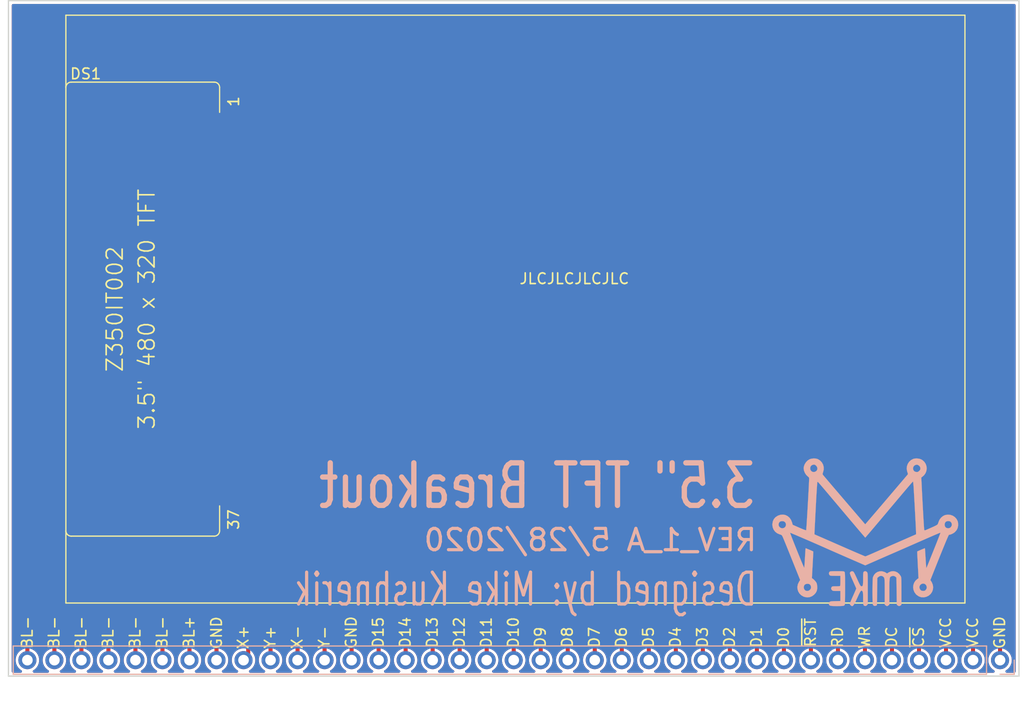
<source format=kicad_pcb>
(kicad_pcb (version 20171130) (host pcbnew "(5.1.5)-3")

  (general
    (thickness 1.6)
    (drawings 45)
    (tracks 109)
    (zones 0)
    (modules 3)
    (nets 38)
  )

  (page A4)
  (layers
    (0 F.Cu signal)
    (31 B.Cu signal)
    (32 B.Adhes user)
    (33 F.Adhes user)
    (34 B.Paste user)
    (35 F.Paste user)
    (36 B.SilkS user)
    (37 F.SilkS user)
    (38 B.Mask user)
    (39 F.Mask user)
    (40 Dwgs.User user)
    (41 Cmts.User user)
    (42 Eco1.User user)
    (43 Eco2.User user)
    (44 Edge.Cuts user)
    (45 Margin user)
    (46 B.CrtYd user)
    (47 F.CrtYd user)
    (48 B.Fab user)
    (49 F.Fab user)
  )

  (setup
    (last_trace_width 0.25)
    (user_trace_width 0.254)
    (user_trace_width 0.381)
    (user_trace_width 0.508)
    (user_trace_width 0.762)
    (trace_clearance 0.2)
    (zone_clearance 0.508)
    (zone_45_only no)
    (trace_min 0.2)
    (via_size 0.8)
    (via_drill 0.4)
    (via_min_size 0.4)
    (via_min_drill 0.3)
    (uvia_size 0.3)
    (uvia_drill 0.1)
    (uvias_allowed no)
    (uvia_min_size 0.2)
    (uvia_min_drill 0.1)
    (edge_width 0.05)
    (segment_width 0.2)
    (pcb_text_width 0.3)
    (pcb_text_size 1.5 1.5)
    (mod_edge_width 0.12)
    (mod_text_size 1 1)
    (mod_text_width 0.15)
    (pad_size 1.7 1.7)
    (pad_drill 1)
    (pad_to_mask_clearance 0.051)
    (solder_mask_min_width 0.25)
    (aux_axis_origin 0 0)
    (visible_elements 7FFFFFFF)
    (pcbplotparams
      (layerselection 0x010fc_ffffffff)
      (usegerberextensions false)
      (usegerberattributes false)
      (usegerberadvancedattributes true)
      (creategerberjobfile false)
      (excludeedgelayer false)
      (linewidth 0.150000)
      (plotframeref false)
      (viasonmask false)
      (mode 1)
      (useauxorigin true)
      (hpglpennumber 1)
      (hpglpenspeed 20)
      (hpglpendiameter 15.000000)
      (psnegative false)
      (psa4output false)
      (plotreference true)
      (plotvalue true)
      (plotinvisibletext false)
      (padsonsilk true)
      (subtractmaskfromsilk false)
      (outputformat 1)
      (mirror false)
      (drillshape 0)
      (scaleselection 1)
      (outputdirectory "Gerbers/"))
  )

  (net 0 "")
  (net 1 BL_7)
  (net 2 BL_6)
  (net 3 BL_5)
  (net 4 BL_4)
  (net 5 BL_3)
  (net 6 BL_2)
  (net 7 BL_1)
  (net 8 TS_X+)
  (net 9 TS_Y+)
  (net 10 TS_X-)
  (net 11 TS_Y-)
  (net 12 DB15)
  (net 13 DB14)
  (net 14 DB13)
  (net 15 DB12)
  (net 16 DB11)
  (net 17 DB10)
  (net 18 DB9)
  (net 19 DB8)
  (net 20 DB7)
  (net 21 DB6)
  (net 22 DB5)
  (net 23 DB4)
  (net 24 DB3)
  (net 25 DB2)
  (net 26 DB1)
  (net 27 DB0)
  (net 28 LCD_RESET)
  (net 29 LCD_RD)
  (net 30 LCD_WR)
  (net 31 LCD_DC)
  (net 32 LCD_CS)
  (net 33 VSSC)
  (net 34 VSSB)
  (net 35 VCCB)
  (net 36 VCCA)
  (net 37 VSSA)

  (net_class Default "This is the default net class."
    (clearance 0.2)
    (trace_width 0.25)
    (via_dia 0.8)
    (via_drill 0.4)
    (uvia_dia 0.3)
    (uvia_drill 0.1)
    (add_net BL_1)
    (add_net BL_2)
    (add_net BL_3)
    (add_net BL_4)
    (add_net BL_5)
    (add_net BL_6)
    (add_net BL_7)
    (add_net DB0)
    (add_net DB1)
    (add_net DB10)
    (add_net DB11)
    (add_net DB12)
    (add_net DB13)
    (add_net DB14)
    (add_net DB15)
    (add_net DB2)
    (add_net DB3)
    (add_net DB4)
    (add_net DB5)
    (add_net DB6)
    (add_net DB7)
    (add_net DB8)
    (add_net DB9)
    (add_net LCD_CS)
    (add_net LCD_DC)
    (add_net LCD_RD)
    (add_net LCD_RESET)
    (add_net LCD_WR)
    (add_net TS_X+)
    (add_net TS_X-)
    (add_net TS_Y+)
    (add_net TS_Y-)
    (add_net VCCA)
    (add_net VCCB)
    (add_net VSSA)
    (add_net VSSB)
    (add_net VSSC)
  )

  (module 37_P_TFT:mke (layer B.Cu) (tedit 0) (tstamp 5ED11A0B)
    (at 183.0481 122.484 180)
    (fp_text reference G*** (at 0 0) (layer B.SilkS) hide
      (effects (font (size 1.524 1.524) (thickness 0.3)) (justify mirror))
    )
    (fp_text value LOGO (at 0.75 0) (layer B.SilkS) hide
      (effects (font (size 1.524 1.524) (thickness 0.3)) (justify mirror))
    )
    (fp_poly (pts (xy -4.664359 9.438545) (xy -4.514967 9.40389) (xy -4.298193 9.290283) (xy -4.123505 9.130493)
      (xy -3.995412 8.934691) (xy -3.918422 8.71305) (xy -3.897043 8.475739) (xy -3.935785 8.232931)
      (xy -3.961661 8.155613) (xy -3.998561 8.048502) (xy -4.00837 7.982827) (xy -3.992978 7.938805)
      (xy -3.983546 7.92665) (xy -3.953863 7.891819) (xy -3.884324 7.810124) (xy -3.778954 7.686296)
      (xy -3.64178 7.525066) (xy -3.476826 7.331167) (xy -3.288119 7.10933) (xy -3.079684 6.864287)
      (xy -2.855546 6.600771) (xy -2.65666 6.366933) (xy -2.39629 6.060927) (xy -2.127362 5.745094)
      (xy -1.857019 5.427812) (xy -1.592408 5.117455) (xy -1.340671 4.8224) (xy -1.108954 4.551023)
      (xy -0.904401 4.3117) (xy -0.734157 4.112805) (xy -0.685897 4.056507) (xy 0.003088 3.253146)
      (xy 1.96935 5.54664) (xy 2.260961 5.886946) (xy 2.540539 6.213528) (xy 2.804855 6.522597)
      (xy 3.050682 6.810365) (xy 3.27479 7.07304) (xy 3.473953 7.306834) (xy 3.644941 7.507958)
      (xy 3.784526 7.672622) (xy 3.889481 7.797037) (xy 3.956576 7.877413) (xy 3.982243 7.909428)
      (xy 4.006301 7.958736) (xy 4.006454 8.016138) (xy 3.980866 8.103667) (xy 3.96177 8.155324)
      (xy 3.902754 8.397844) (xy 3.904224 8.536655) (xy 4.499593 8.536655) (xy 4.509376 8.405738)
      (xy 4.574193 8.290471) (xy 4.649502 8.228437) (xy 4.787485 8.170424) (xy 4.919027 8.174993)
      (xy 5.007355 8.210127) (xy 5.108021 8.29515) (xy 5.164418 8.411282) (xy 5.177466 8.541098)
      (xy 5.148082 8.667172) (xy 5.077186 8.772081) (xy 4.974375 8.835528) (xy 4.851869 8.86784)
      (xy 4.759467 8.859965) (xy 4.670075 8.807994) (xy 4.645535 8.788085) (xy 4.544945 8.668883)
      (xy 4.499593 8.536655) (xy 3.904224 8.536655) (xy 3.905299 8.638084) (xy 3.964905 8.865885)
      (xy 4.07707 9.071091) (xy 4.237295 9.243542) (xy 4.441079 9.373082) (xy 4.514966 9.40389)
      (xy 4.686342 9.441156) (xy 4.886028 9.445366) (xy 5.084059 9.417988) (xy 5.23369 9.368685)
      (xy 5.423237 9.246776) (xy 5.583654 9.078382) (xy 5.704708 8.87913) (xy 5.776164 8.664648)
      (xy 5.7912 8.517467) (xy 5.760342 8.30009) (xy 5.674614 8.083914) (xy 5.544289 7.8887)
      (xy 5.386786 7.739382) (xy 5.318346 7.683737) (xy 5.284937 7.630557) (xy 5.275679 7.553621)
      (xy 5.277554 7.47614) (xy 5.28736 7.251441) (xy 5.299818 6.987975) (xy 5.314557 6.692113)
      (xy 5.331205 6.370223) (xy 5.349392 6.028673) (xy 5.368747 5.673833) (xy 5.388898 5.312072)
      (xy 5.409475 4.949758) (xy 5.430106 4.59326) (xy 5.450421 4.248947) (xy 5.470047 3.923189)
      (xy 5.488616 3.622353) (xy 5.505754 3.352809) (xy 5.521091 3.120925) (xy 5.534256 2.933071)
      (xy 5.544879 2.795615) (xy 5.552587 2.714926) (xy 5.556077 2.695601) (xy 5.595686 2.698642)
      (xy 5.688843 2.727572) (xy 5.827784 2.779499) (xy 6.004746 2.851527) (xy 6.202129 2.936431)
      (xy 6.819273 3.207927) (xy 6.825217 3.229642) (xy 7.450692 3.229642) (xy 7.471227 3.105356)
      (xy 7.540582 2.992452) (xy 7.636933 2.917975) (xy 7.770805 2.880458) (xy 7.911568 2.901457)
      (xy 8.02265 2.965375) (xy 8.117285 3.083439) (xy 8.151908 3.220146) (xy 8.12341 3.361288)
      (xy 8.113713 3.381549) (xy 8.040787 3.483407) (xy 7.942995 3.538317) (xy 7.802401 3.555916)
      (xy 7.788954 3.556) (xy 7.64811 3.528488) (xy 7.542525 3.455437) (xy 7.475589 3.351079)
      (xy 7.450692 3.229642) (xy 6.825217 3.229642) (xy 6.875981 3.415093) (xy 6.973894 3.663724)
      (xy 7.114675 3.866934) (xy 7.290727 4.021104) (xy 7.494452 4.122613) (xy 7.718252 4.167841)
      (xy 7.95453 4.153168) (xy 8.195687 4.074972) (xy 8.228144 4.059381) (xy 8.437972 3.922184)
      (xy 8.591508 3.747892) (xy 8.689441 3.535356) (xy 8.732464 3.283428) (xy 8.734692 3.217334)
      (xy 8.705138 2.974477) (xy 8.616128 2.753406) (xy 8.474808 2.563584) (xy 8.288325 2.414475)
      (xy 8.063826 2.315544) (xy 8.050922 2.311859) (xy 7.936319 2.275949) (xy 7.865337 2.236803)
      (xy 7.815323 2.177212) (xy 7.774515 2.101922) (xy 7.748345 2.043431) (xy 7.699476 1.927934)
      (xy 7.630315 1.76133) (xy 7.543272 1.549522) (xy 7.440753 1.29841) (xy 7.325168 1.013894)
      (xy 7.198926 0.701877) (xy 7.064433 0.368258) (xy 6.9241 0.018939) (xy 6.909401 -0.01772)
      (xy 6.121617 -1.982773) (xy 6.225819 -2.147082) (xy 6.33418 -2.374725) (xy 6.380805 -2.608563)
      (xy 6.36917 -2.83907) (xy 6.302752 -3.056722) (xy 6.185029 -3.251994) (xy 6.019478 -3.415361)
      (xy 5.809576 -3.537298) (xy 5.704445 -3.575256) (xy 5.457184 -3.617746) (xy 5.221395 -3.593625)
      (xy 4.999024 -3.503342) (xy 4.816956 -3.370395) (xy 4.657393 -3.196497) (xy 4.557856 -3.009809)
      (xy 4.512805 -2.796525) (xy 4.511535 -2.609213) (xy 4.51169 -2.607743) (xy 5.100655 -2.607743)
      (xy 5.102074 -2.737979) (xy 5.115167 -2.780206) (xy 5.197786 -2.904506) (xy 5.314843 -2.984608)
      (xy 5.449651 -3.014705) (xy 5.585522 -2.988987) (xy 5.636567 -2.961682) (xy 5.728566 -2.865245)
      (xy 5.77582 -2.738986) (xy 5.777213 -2.603396) (xy 5.731628 -2.478967) (xy 5.66684 -2.406001)
      (xy 5.556611 -2.354296) (xy 5.421058 -2.337337) (xy 5.291058 -2.356402) (xy 5.225594 -2.387705)
      (xy 5.144509 -2.481456) (xy 5.100655 -2.607743) (xy 4.51169 -2.607743) (xy 4.526856 -2.464554)
      (xy 4.552353 -2.33464) (xy 4.58238 -2.246963) (xy 4.660291 -2.130167) (xy 4.770562 -2.003226)
      (xy 4.888805 -1.892975) (xy 4.937134 -1.856625) (xy 5.014402 -1.803994) (xy 4.945399 -0.557887)
      (xy 4.930014 -0.274603) (xy 4.916404 -0.013324) (xy 4.904919 0.218403) (xy 4.895906 0.413037)
      (xy 4.889715 0.563032) (xy 4.886694 0.660847) (xy 4.887192 0.698936) (xy 4.887307 0.699129)
      (xy 4.923649 0.718924) (xy 5.005512 0.756911) (xy 5.117809 0.806663) (xy 5.245456 0.861748)
      (xy 5.373368 0.915736) (xy 5.486459 0.962199) (xy 5.569645 0.994705) (xy 5.60784 1.006826)
      (xy 5.608679 1.00661) (xy 5.613128 0.971571) (xy 5.620681 0.877754) (xy 5.630744 0.734016)
      (xy 5.642725 0.549209) (xy 5.656028 0.33219) (xy 5.670061 0.091812) (xy 5.670336 0.086998)
      (xy 5.684505 -0.153966) (xy 5.698175 -0.371939) (xy 5.71072 -0.558023) (xy 5.721513 -0.703318)
      (xy 5.729925 -0.798925) (xy 5.735331 -0.835944) (xy 5.735392 -0.836014) (xy 5.752688 -0.810091)
      (xy 5.79345 -0.723675) (xy 5.856584 -0.579401) (xy 5.941001 -0.3799) (xy 6.045608 -0.127806)
      (xy 6.169314 0.174248) (xy 6.311027 0.52363) (xy 6.469657 0.917705) (xy 6.644112 1.353841)
      (xy 6.669929 1.41859) (xy 6.768152 1.666506) (xy 6.857077 1.893809) (xy 6.933864 2.093017)
      (xy 6.995673 2.256643) (xy 7.039666 2.377204) (xy 7.063003 2.447214) (xy 7.065786 2.462036)
      (xy 7.033814 2.451027) (xy 6.94658 2.415802) (xy 6.810876 2.359292) (xy 6.633494 2.284427)
      (xy 6.421227 2.19414) (xy 6.180868 2.091362) (xy 5.919209 1.979023) (xy 5.643042 1.860056)
      (xy 5.35916 1.73739) (xy 5.074356 1.613959) (xy 4.795421 1.492692) (xy 4.529149 1.376522)
      (xy 4.282331 1.268379) (xy 4.061761 1.171195) (xy 3.87423 1.0879) (xy 3.726532 1.021427)
      (xy 3.7084 1.013165) (xy 3.640766 0.982899) (xy 3.518555 0.928851) (xy 3.349279 0.85431)
      (xy 3.14045 0.762564) (xy 2.89958 0.6569) (xy 2.63418 0.540607) (xy 2.351763 0.416973)
      (xy 2.059841 0.289285) (xy 1.765925 0.160832) (xy 1.477528 0.034903) (xy 1.202161 -0.085216)
      (xy 0.947336 -0.196236) (xy 0.720566 -0.294869) (xy 0.651674 -0.324788) (xy -0.000518 -0.607897)
      (xy -1.126326 -0.113635) (xy -1.410928 0.011219) (xy -1.698695 0.137289) (xy -1.9781 0.259536)
      (xy -2.237616 0.372924) (xy -2.465717 0.472415) (xy -2.650876 0.552972) (xy -2.7432 0.592992)
      (xy -2.87094 0.648447) (xy -3.052614 0.727626) (xy -3.280148 0.826996) (xy -3.545468 0.943023)
      (xy -3.8405 1.072174) (xy -4.157171 1.210917) (xy -4.487407 1.355718) (xy -4.823134 1.503044)
      (xy -4.910667 1.541476) (xy -5.329238 1.725209) (xy -5.690093 1.883433) (xy -5.997493 2.01796)
      (xy -6.255699 2.130602) (xy -6.468972 2.223173) (xy -6.641575 2.297486) (xy -6.777768 2.355353)
      (xy -6.881812 2.398588) (xy -6.95797 2.429004) (xy -7.010502 2.448413) (xy -7.04367 2.458628)
      (xy -7.061735 2.461463) (xy -7.068372 2.459451) (xy -7.058828 2.426328) (xy -7.026307 2.336513)
      (xy -6.973187 2.196121) (xy -6.901844 2.011267) (xy -6.814656 1.788068) (xy -6.713999 1.53264)
      (xy -6.602251 1.251099) (xy -6.48179 0.94956) (xy -6.472625 0.926696) (xy -6.320416 0.547059)
      (xy -6.19144 0.225522) (xy -6.083715 -0.042681) (xy -5.995257 -0.262315) (xy -5.924085 -0.438146)
      (xy -5.868216 -0.574939) (xy -5.825667 -0.677459) (xy -5.794456 -0.750472) (xy -5.7726 -0.798743)
      (xy -5.758116 -0.827036) (xy -5.749022 -0.840119) (xy -5.743335 -0.842755) (xy -5.739073 -0.839711)
      (xy -5.738125 -0.838747) (xy -5.732243 -0.802235) (xy -5.72339 -0.707012) (xy -5.712214 -0.562003)
      (xy -5.699362 -0.376132) (xy -5.685482 -0.158324) (xy -5.671221 0.082495) (xy -5.671002 0.086332)
      (xy -5.656931 0.327102) (xy -5.643561 0.544703) (xy -5.631489 0.730276) (xy -5.621312 0.874963)
      (xy -5.613627 0.969905) (xy -5.609032 1.006246) (xy -5.608977 1.006312) (xy -5.577038 0.997117)
      (xy -5.49832 0.966771) (xy -5.387914 0.921699) (xy -5.260908 0.868324) (xy -5.132391 0.813068)
      (xy -5.017452 0.762355) (xy -4.931181 0.722609) (xy -4.888666 0.700252) (xy -4.887264 0.699086)
      (xy -4.885771 0.666789) (xy -4.887841 0.575628) (xy -4.893529 0.424435) (xy -4.902889 0.21204)
      (xy -4.915975 -0.062726) (xy -4.932844 -0.401032) (xy -4.953549 -0.804047) (xy -4.978146 -1.272941)
      (xy -4.991533 -1.525176) (xy -5.006924 -1.814218) (xy -4.892507 -1.892617) (xy -4.717735 -2.050413)
      (xy -4.594054 -2.242036) (xy -4.521965 -2.456273) (xy -4.50197 -2.681913) (xy -4.534568 -2.907744)
      (xy -4.620261 -3.122555) (xy -4.75955 -3.315133) (xy -4.826064 -3.379647) (xy -5.035705 -3.523261)
      (xy -5.262183 -3.601717) (xy -5.501404 -3.614206) (xy -5.744505 -3.561575) (xy -5.967111 -3.451986)
      (xy -6.14557 -3.29808) (xy -6.276567 -3.109581) (xy -6.356786 -2.896214) (xy -6.382912 -2.667704)
      (xy -6.381075 -2.653962) (xy -5.78418 -2.653962) (xy -5.762159 -2.795617) (xy -5.675095 -2.924665)
      (xy -5.623421 -2.970723) (xy -5.536852 -3.004622) (xy -5.418799 -3.01033) (xy -5.299552 -2.987433)
      (xy -5.269492 -2.975574) (xy -5.198326 -2.919313) (xy -5.135574 -2.832375) (xy -5.129281 -2.819881)
      (xy -5.091418 -2.679757) (xy -5.108091 -2.554242) (xy -5.167658 -2.449338) (xy -5.258481 -2.371049)
      (xy -5.36892 -2.325376) (xy -5.487334 -2.318323) (xy -5.602085 -2.355891) (xy -5.701532 -2.444085)
      (xy -5.739827 -2.505025) (xy -5.78418 -2.653962) (xy -6.381075 -2.653962) (xy -6.351632 -2.433774)
      (xy -6.25963 -2.204149) (xy -6.226373 -2.147955) (xy -6.122726 -1.98452) (xy -6.467742 -1.11926)
      (xy -6.707318 -0.519417) (xy -6.922979 0.018446) (xy -7.115223 0.49553) (xy -7.284547 0.913035)
      (xy -7.431449 1.272164) (xy -7.556427 1.574117) (xy -7.659979 1.820095) (xy -7.742602 2.011298)
      (xy -7.804793 2.148928) (xy -7.847052 2.234186) (xy -7.869874 2.268273) (xy -7.871942 2.269067)
      (xy -7.997388 2.29032) (xy -8.147669 2.346691) (xy -8.298086 2.427095) (xy -8.354914 2.46864)
      (xy -4.775225 2.46864) (xy -4.7752 2.312614) (xy -3.1242 1.59025) (xy -2.780597 1.439845)
      (xy -2.432158 1.287196) (xy -2.08836 1.136465) (xy -1.758681 0.991811) (xy -1.452598 0.857395)
      (xy -1.179588 0.737377) (xy -0.94913 0.635917) (xy -0.7707 0.557175) (xy -0.762 0.553328)
      (xy -0.556586 0.463256) (xy -0.370573 0.383175) (xy -0.213312 0.316989) (xy -0.094153 0.268604)
      (xy -0.022446 0.241924) (xy -0.006808 0.237918) (xy 0.031268 0.251027) (xy 0.12587 0.289104)
      (xy 0.27154 0.349816) (xy 0.462818 0.430825) (xy 0.694244 0.529797) (xy 0.960361 0.644397)
      (xy 1.255708 0.772288) (xy 1.574826 0.911136) (xy 1.912256 1.058605) (xy 1.940525 1.070988)
      (xy 2.422758 1.282265) (xy 2.846718 1.467989) (xy 3.216165 1.6298) (xy 3.534861 1.769335)
      (xy 3.80657 1.888234) (xy 4.035051 1.988134) (xy 4.224068 2.070675) (xy 4.377383 2.137495)
      (xy 4.498757 2.190233) (xy 4.591951 2.230527) (xy 4.660729 2.260016) (xy 4.708851 2.280338)
      (xy 4.74008 2.293131) (xy 4.758178 2.300036) (xy 4.766907 2.302689) (xy 4.768887 2.302934)
      (xy 4.772599 2.33454) (xy 4.772469 2.420566) (xy 4.768736 2.54782) (xy 4.761753 2.700867)
      (xy 4.75618 2.807676) (xy 4.747527 2.974707) (xy 4.736174 3.194537) (xy 4.722504 3.459742)
      (xy 4.706899 3.7629) (xy 4.689742 4.096587) (xy 4.671414 4.45338) (xy 4.652297 4.825857)
      (xy 4.635791 5.147733) (xy 4.616499 5.514315) (xy 4.597284 5.860981) (xy 4.57854 6.181783)
      (xy 4.560662 6.470772) (xy 4.544044 6.722001) (xy 4.529078 6.929522) (xy 4.516159 7.087386)
      (xy 4.505681 7.189644) (xy 4.498038 7.23035) (xy 4.497881 7.230533) (xy 4.492475 7.237723)
      (xy 4.487604 7.244041) (xy 4.480817 7.246671) (xy 4.469664 7.242791) (xy 4.451693 7.229584)
      (xy 4.424455 7.204231) (xy 4.385498 7.163912) (xy 4.332372 7.105808) (xy 4.262626 7.027101)
      (xy 4.173809 6.92497) (xy 4.063472 6.796598) (xy 3.929162 6.639165) (xy 3.76843 6.449852)
      (xy 3.578824 6.225841) (xy 3.357895 5.964311) (xy 3.103191 5.662444) (xy 2.812262 5.317422)
      (xy 2.482656 4.926424) (xy 2.111925 4.486632) (xy 2.092541 4.463639) (xy 1.795333 4.111297)
      (xy 1.510502 3.774032) (xy 1.241073 3.455404) (xy 0.990071 3.158972) (xy 0.76052 2.888293)
      (xy 0.555447 2.646929) (xy 0.377875 2.438436) (xy 0.230829 2.266374) (xy 0.117334 2.134303)
      (xy 0.040416 2.04578) (xy 0.003098 2.004365) (xy 0 2.001642) (xy -0.023886 2.026952)
      (xy -0.088104 2.10031) (xy -0.189417 2.217905) (xy -0.324587 2.375928) (xy -0.490375 2.570566)
      (xy -0.683543 2.79801) (xy -0.900853 3.054448) (xy -1.139067 3.33607) (xy -1.394946 3.639065)
      (xy -1.665253 3.959623) (xy -1.8288 4.153795) (xy -2.225612 4.625059) (xy -2.581105 5.047116)
      (xy -2.897536 5.42261) (xy -3.177166 5.754187) (xy -3.422253 6.044491) (xy -3.635057 6.296168)
      (xy -3.817838 6.511861) (xy -3.972853 6.694216) (xy -4.102363 6.845878) (xy -4.208627 6.969491)
      (xy -4.293904 7.067701) (xy -4.360454 7.143152) (xy -4.410534 7.198489) (xy -4.446406 7.236358)
      (xy -4.470327 7.259402) (xy -4.484557 7.270267) (xy -4.491356 7.271597) (xy -4.491743 7.27128)
      (xy -4.500221 7.233325) (xy -4.511834 7.141299) (xy -4.525097 7.008705) (xy -4.538529 6.849045)
      (xy -4.539485 6.836585) (xy -4.547786 6.717475) (xy -4.558782 6.544223) (xy -4.572071 6.324245)
      (xy -4.587254 6.064955) (xy -4.603931 5.773766) (xy -4.6217 5.458092) (xy -4.640163 5.125348)
      (xy -4.658919 4.782948) (xy -4.677568 4.438306) (xy -4.69571 4.098835) (xy -4.712944 3.771951)
      (xy -4.728871 3.465067) (xy -4.74309 3.185596) (xy -4.755201 2.940954) (xy -4.764804 2.738555)
      (xy -4.771499 2.585812) (xy -4.774886 2.490139) (xy -4.775225 2.46864) (xy -8.354914 2.46864)
      (xy -8.415803 2.513153) (xy -8.584031 2.69927) (xy -8.689036 2.907766) (xy -8.733028 3.143523)
      (xy -8.734693 3.217334) (xy -8.730617 3.291299) (xy -8.136125 3.291299) (xy -8.134076 3.154122)
      (xy -8.127749 3.131907) (xy -8.051903 2.994916) (xy -7.937707 2.909706) (xy -7.795438 2.880906)
      (xy -7.638957 2.911764) (xy -7.543144 2.980955) (xy -7.48348 3.089846) (xy -7.462402 3.219392)
      (xy -7.482347 3.350547) (xy -7.545751 3.464263) (xy -7.565634 3.484917) (xy -7.669432 3.542146)
      (xy -7.801256 3.562514) (xy -7.930839 3.543649) (xy -7.986738 3.517893) (xy -8.08405 3.420666)
      (xy -8.136125 3.291299) (xy -8.730617 3.291299) (xy -8.727266 3.352106) (xy -8.710323 3.47574)
      (xy -8.69269 3.5453) (xy -8.578983 3.762206) (xy -8.418836 3.937039) (xy -8.222225 4.065212)
      (xy -7.999123 4.142141) (xy -7.759505 4.163239) (xy -7.513345 4.123919) (xy -7.466358 4.109138)
      (xy -7.295446 4.021086) (xy -7.134454 3.885252) (xy -7.00272 3.72093) (xy -6.927598 3.571608)
      (xy -6.885054 3.453167) (xy -6.845698 3.344744) (xy -6.83158 3.306326) (xy -6.813791 3.269394)
      (xy -6.784415 3.234009) (xy -6.736027 3.196077) (xy -6.661202 3.151506) (xy -6.552516 3.096202)
      (xy -6.402543 3.026072) (xy -6.203859 2.937025) (xy -5.9944 2.844835) (xy -5.822599 2.769667)
      (xy -5.703038 2.71966) (xy -5.625644 2.693428) (xy -5.580345 2.689583) (xy -5.557067 2.706739)
      (xy -5.545737 2.743508) (xy -5.539187 2.782151) (xy -5.533356 2.839434) (xy -5.52445 2.957918)
      (xy -5.512833 3.13116) (xy -5.498872 3.352716) (xy -5.482932 3.616142) (xy -5.465379 3.914993)
      (xy -5.446579 4.242826) (xy -5.426897 4.593196) (xy -5.406699 4.95966) (xy -5.386351 5.335773)
      (xy -5.366219 5.715092) (xy -5.346669 6.091172) (xy -5.328065 6.457569) (xy -5.311192 6.799251)
      (xy -5.269607 7.654902) (xy -5.352603 7.712064) (xy -5.538013 7.876178) (xy -5.670196 8.069459)
      (xy -5.749872 8.281886) (xy -5.77776 8.503442) (xy -5.777424 8.506647) (xy -5.1816 8.506647)
      (xy -5.172088 8.412247) (xy -5.133659 8.339028) (xy -5.057639 8.263244) (xy -4.971357 8.195957)
      (xy -4.899367 8.168764) (xy -4.811255 8.170875) (xy -4.80101 8.172199) (xy -4.697211 8.198498)
      (xy -4.613943 8.240093) (xy -4.604513 8.247759) (xy -4.5182 8.365933) (xy -4.488555 8.500172)
      (xy -4.513072 8.633579) (xy -4.589246 8.749257) (xy -4.689237 8.819382) (xy -4.825106 8.859648)
      (xy -4.946896 8.839044) (xy -5.067353 8.754961) (xy -5.08434 8.738471) (xy -5.15623 8.64365)
      (xy -5.180922 8.535489) (xy -5.1816 8.506647) (xy -5.777424 8.506647) (xy -5.754579 8.724107)
      (xy -5.681048 8.933862) (xy -5.557887 9.122689) (xy -5.385815 9.280567) (xy -5.233691 9.368685)
      (xy -5.062055 9.422753) (xy -4.86229 9.446528) (xy -4.664359 9.438545)) (layer B.SilkS) (width 0.01))
    (fp_poly (pts (xy 2.890857 -1.152011) (xy 3.059267 -1.154215) (xy 3.179348 -1.158939) (xy 3.260798 -1.167039)
      (xy 3.313316 -1.179373) (xy 3.346603 -1.196801) (xy 3.364484 -1.2134) (xy 3.413557 -1.313116)
      (xy 3.409217 -1.425847) (xy 3.3528 -1.524) (xy 3.31987 -1.551126) (xy 3.276665 -1.569913)
      (xy 3.21117 -1.581863) (xy 3.111373 -1.588478) (xy 2.965262 -1.591259) (xy 2.810933 -1.591733)
      (xy 2.3368 -1.591733) (xy 2.3368 -2.062243) (xy 2.337859 -2.253561) (xy 2.341791 -2.387542)
      (xy 2.349728 -2.474559) (xy 2.3628 -2.524987) (xy 2.382141 -2.549198) (xy 2.39037 -2.55331)
      (xy 2.445952 -2.562139) (xy 2.551572 -2.569069) (xy 2.689541 -2.573162) (xy 2.777916 -2.573867)
      (xy 2.932837 -2.575094) (xy 3.034597 -2.580666) (xy 3.097749 -2.593415) (xy 3.136848 -2.616173)
      (xy 3.164613 -2.649135) (xy 3.21224 -2.754342) (xy 3.195557 -2.851072) (xy 3.134206 -2.931006)
      (xy 3.092316 -2.968291) (xy 3.046229 -2.99239) (xy 2.980831 -3.006156) (xy 2.881006 -3.012443)
      (xy 2.731639 -3.014105) (xy 2.693939 -3.014133) (xy 2.3368 -3.014133) (xy 2.3368 -3.95728)
      (xy 2.807487 -3.968307) (xy 3.000414 -3.973945) (xy 3.137612 -3.981443) (xy 3.231082 -3.992473)
      (xy 3.292828 -4.008711) (xy 3.334853 -4.031828) (xy 3.349353 -4.043849) (xy 3.402844 -4.122806)
      (xy 3.420015 -4.196249) (xy 3.412907 -4.274426) (xy 3.387329 -4.333813) (xy 3.335336 -4.376883)
      (xy 3.248983 -4.406115) (xy 3.120324 -4.423983) (xy 2.941413 -4.432964) (xy 2.704304 -4.435535)
      (xy 2.652293 -4.435503) (xy 2.413102 -4.432639) (xy 2.224139 -4.425226) (xy 2.09099 -4.413611)
      (xy 2.019239 -4.398137) (xy 2.015067 -4.396064) (xy 1.950027 -4.349823) (xy 1.922452 -4.320894)
      (xy 1.917278 -4.280358) (xy 1.912446 -4.1791) (xy 1.90807 -4.024133) (xy 1.904265 -3.822467)
      (xy 1.901147 -3.581116) (xy 1.89883 -3.30709) (xy 1.89743 -3.007401) (xy 1.897052 -2.773849)
      (xy 1.897062 -2.413709) (xy 1.897521 -2.115247) (xy 1.898666 -1.872404) (xy 1.900734 -1.679127)
      (xy 1.903964 -1.529357) (xy 1.908592 -1.417039) (xy 1.914856 -1.336116) (xy 1.922994 -1.280533)
      (xy 1.933242 -1.244232) (xy 1.945838 -1.221159) (xy 1.958467 -1.207515) (xy 1.98887 -1.187594)
      (xy 2.036076 -1.172923) (xy 2.109659 -1.162741) (xy 2.219194 -1.156289) (xy 2.374256 -1.152806)
      (xy 2.584418 -1.151532) (xy 2.664418 -1.151467) (xy 2.890857 -1.152011)) (layer B.SilkS) (width 0.01))
    (fp_poly (pts (xy 0.123107 -1.191047) (xy 0.147151 -1.2134) (xy 0.167869 -1.245213) (xy 0.18289 -1.294628)
      (xy 0.193073 -1.371682) (xy 0.199279 -1.48641) (xy 0.202368 -1.648852) (xy 0.2032 -1.867327)
      (xy 0.204672 -2.107743) (xy 0.210368 -2.288334) (xy 0.22221 -2.416967) (xy 0.242119 -2.50151)
      (xy 0.272016 -2.549833) (xy 0.313821 -2.569803) (xy 0.369458 -2.569288) (xy 0.374431 -2.568616)
      (xy 0.404959 -2.557966) (xy 0.437168 -2.529787) (xy 0.475319 -2.476563) (xy 0.523672 -2.390778)
      (xy 0.586485 -2.264917) (xy 0.66802 -2.091462) (xy 0.76495 -1.8796) (xy 0.869433 -1.651745)
      (xy 0.951518 -1.478567) (xy 1.015455 -1.352472) (xy 1.065491 -1.265863) (xy 1.105878 -1.211148)
      (xy 1.140863 -1.18073) (xy 1.161519 -1.170809) (xy 1.273922 -1.160389) (xy 1.372622 -1.20164)
      (xy 1.436047 -1.284252) (xy 1.44269 -1.305182) (xy 1.443739 -1.350648) (xy 1.427684 -1.422285)
      (xy 1.391886 -1.527193) (xy 1.333704 -1.672473) (xy 1.250498 -1.865226) (xy 1.155757 -2.076937)
      (xy 1.065965 -2.276568) (xy 0.986428 -2.455469) (xy 0.921156 -2.604449) (xy 0.874159 -2.714317)
      (xy 0.849448 -2.77588) (xy 0.846667 -2.785373) (xy 0.860011 -2.822265) (xy 0.897361 -2.911564)
      (xy 0.954693 -3.044018) (xy 1.027986 -3.210372) (xy 1.113214 -3.401373) (xy 1.151467 -3.486419)
      (xy 1.240986 -3.687941) (xy 1.32011 -3.871725) (xy 1.384746 -4.027795) (xy 1.4308 -4.146171)
      (xy 1.454179 -4.216878) (xy 1.456267 -4.229324) (xy 1.429451 -4.295283) (xy 1.365168 -4.366606)
      (xy 1.287666 -4.420743) (xy 1.233454 -4.436533) (xy 1.17863 -4.419425) (xy 1.117929 -4.364538)
      (xy 1.047976 -4.266528) (xy 0.965392 -4.120048) (xy 0.866801 -3.919755) (xy 0.76266 -3.691467)
      (xy 0.65143 -3.444784) (xy 0.561861 -3.255806) (xy 0.489979 -3.119546) (xy 0.431808 -3.031013)
      (xy 0.383373 -2.985219) (xy 0.340698 -2.977176) (xy 0.299808 -3.001894) (xy 0.256728 -3.054384)
      (xy 0.25592 -3.055535) (xy 0.235815 -3.096486) (xy 0.221327 -3.159817) (xy 0.211649 -3.255536)
      (xy 0.205973 -3.393651) (xy 0.203494 -3.584172) (xy 0.2032 -3.709462) (xy 0.202107 -3.93922)
      (xy 0.197288 -4.110599) (xy 0.186431 -4.232938) (xy 0.167224 -4.315578) (xy 0.137356 -4.367858)
      (xy 0.094516 -4.399118) (xy 0.036392 -4.418698) (xy 0.027104 -4.42099) (xy -0.052958 -4.423566)
      (xy -0.126588 -4.379474) (xy -0.150696 -4.35665) (xy -0.237067 -4.270279) (xy -0.237067 -2.800106)
      (xy -0.23698 -2.446044) (xy -0.236531 -2.153411) (xy -0.235435 -1.915903) (xy -0.23341 -1.727216)
      (xy -0.23017 -1.581047) (xy -0.225433 -1.471091) (xy -0.218914 -1.391044) (xy -0.210331 -1.334602)
      (xy -0.199399 -1.295461) (xy -0.185834 -1.267317) (xy -0.169352 -1.243867) (xy -0.166875 -1.2407)
      (xy -0.076862 -1.170195) (xy 0.026963 -1.153021) (xy 0.123107 -1.191047)) (layer B.SilkS) (width 0.01))
    (fp_poly (pts (xy -2.412578 -1.176378) (xy -2.209931 -1.264226) (xy -2.145482 -1.307662) (xy -2.071528 -1.355878)
      (xy -2.027204 -1.362092) (xy -2.000482 -1.340564) (xy -1.949185 -1.301949) (xy -1.858307 -1.252069)
      (xy -1.786644 -1.218863) (xy -1.571875 -1.160197) (xy -1.358644 -1.162901) (xy -1.157763 -1.221512)
      (xy -0.980044 -1.330566) (xy -0.836298 -1.484598) (xy -0.737338 -1.678147) (xy -0.713691 -1.761067)
      (xy -0.704436 -1.835659) (xy -0.696566 -1.965593) (xy -0.690092 -2.141105) (xy -0.685026 -2.35243)
      (xy -0.681382 -2.589804) (xy -0.679171 -2.843462) (xy -0.678406 -3.103639) (xy -0.679099 -3.360571)
      (xy -0.681262 -3.604493) (xy -0.684907 -3.825641) (xy -0.690047 -4.014249) (xy -0.696695 -4.160555)
      (xy -0.704861 -4.254792) (xy -0.71052 -4.282345) (xy -0.777909 -4.378821) (xy -0.877213 -4.420853)
      (xy -0.992918 -4.402347) (xy -1.003696 -4.397461) (xy -1.100667 -4.351014) (xy -1.1176 -3.070157)
      (xy -1.134534 -1.789301) (xy -1.245134 -1.690517) (xy -1.374299 -1.6126) (xy -1.50996 -1.593062)
      (xy -1.636962 -1.629369) (xy -1.740149 -1.718986) (xy -1.776368 -1.779344) (xy -1.790572 -1.818139)
      (xy -1.802036 -1.8731) (xy -1.811037 -1.95112) (xy -1.81785 -2.059095) (xy -1.822749 -2.203918)
      (xy -1.826009 -2.392485) (xy -1.827907 -2.631689) (xy -1.828717 -2.928426) (xy -1.8288 -3.092993)
      (xy -1.8288 -4.29615) (xy -1.918034 -4.366342) (xy -1.991229 -4.414799) (xy -2.046857 -4.436455)
      (xy -2.048934 -4.436533) (xy -2.102523 -4.417006) (xy -2.175553 -4.369671) (xy -2.179833 -4.366342)
      (xy -2.269067 -4.29615) (xy -2.269067 -3.077727) (xy -2.269349 -2.73811) (xy -2.270757 -2.459665)
      (xy -2.274131 -2.235832) (xy -2.280312 -2.060049) (xy -2.290142 -1.925755) (xy -2.304462 -1.82639)
      (xy -2.324112 -1.755393) (xy -2.349935 -1.706203) (xy -2.38277 -1.67226) (xy -2.42346 -1.647002)
      (xy -2.454387 -1.632193) (xy -2.606832 -1.593937) (xy -2.748357 -1.619356) (xy -2.834445 -1.673421)
      (xy -2.929467 -1.755109) (xy -2.9464 -3.031121) (xy -2.963334 -4.307133) (xy -3.043285 -4.371833)
      (xy -3.14685 -4.428712) (xy -3.245384 -4.420418) (xy -3.323648 -4.371761) (xy -3.4036 -4.306988)
      (xy -3.4036 -3.025561) (xy -3.403488 -2.696802) (xy -3.402908 -2.428725) (xy -3.401497 -2.214277)
      (xy -3.398889 -2.046407) (xy -3.39472 -1.918063) (xy -3.388626 -1.822194) (xy -3.380242 -1.751746)
      (xy -3.369204 -1.699669) (xy -3.355148 -1.65891) (xy -3.337708 -1.622419) (xy -3.330368 -1.608667)
      (xy -3.192294 -1.414327) (xy -3.02165 -1.271432) (xy -2.828265 -1.182478) (xy -2.621966 -1.149961)
      (xy -2.412578 -1.176378)) (layer B.SilkS) (width 0.01))
  )

  (module 37_P_TFT:240_320_37P (layer F.Cu) (tedit 5ED012A8) (tstamp 5ED0F0C7)
    (at 153 99)
    (descr "37P TFT Connector")
    (path /5EB9BCC2)
    (attr smd)
    (fp_text reference DS1 (at -43.24 -22.12) (layer F.SilkS)
      (effects (font (size 1 1) (thickness 0.15)))
    )
    (fp_text value 240_320_37P (at -31.415 24.7396 180) (layer F.Fab)
      (effects (font (size 1 1) (thickness 0.15)))
    )
    (fp_text user 1 (at -29.33 -19.52 90) (layer F.SilkS)
      (effects (font (size 1 1) (thickness 0.1524)))
    )
    (fp_text user 37 (at -29.33 19.78 90) (layer F.SilkS)
      (effects (font (size 1 1) (thickness 0.1524)))
    )
    (fp_text user Z350IT002 (at -40.5 0 90) (layer F.SilkS)
      (effects (font (size 1.5 1.5) (thickness 0.1524)))
    )
    (fp_text user "3.5\" 480 x 320 TFT" (at -37.5 0 90) (layer F.SilkS)
      (effects (font (size 1.5 1.5) (thickness 0.1524)))
    )
    (fp_line (start -30.65 20.84) (end -30.65 18.5) (layer F.SilkS) (width 0.12))
    (fp_line (start -30.65 -20.84) (end -30.65 -18.5) (layer F.SilkS) (width 0.12))
    (fp_arc (start -44.6 20.84) (end -45.1 20.84) (angle -90) (layer F.SilkS) (width 0.12))
    (fp_line (start 39.92 -28.13) (end 39.92 28.13) (layer F.CrtYd) (width 0.12))
    (fp_line (start -45.6 -28.13) (end 39.92 -28.13) (layer F.CrtYd) (width 0.12))
    (fp_line (start -31.15 -21.34) (end -44.6 -21.34) (layer F.SilkS) (width 0.12))
    (fp_line (start -31.15 21.34) (end -44.6 21.34) (layer F.SilkS) (width 0.12))
    (fp_line (start 39.42 27.63) (end 39.42 -27.63) (layer F.SilkS) (width 0.12))
    (fp_line (start -45.1 -27.63) (end -45.1 27.63) (layer F.SilkS) (width 0.12))
    (fp_line (start 39.42 27.63) (end -45.1 27.63) (layer F.SilkS) (width 0.12))
    (fp_line (start 39.42 -27.63) (end -45.1 -27.63) (layer F.SilkS) (width 0.12))
    (fp_line (start -45.6 28.13) (end 39.92 28.13) (layer F.CrtYd) (width 0.12))
    (fp_line (start -45.6 28.13) (end -45.6 -28.13) (layer F.CrtYd) (width 0.12))
    (fp_arc (start -31.15 20.84) (end -31.15 21.34) (angle -90) (layer F.SilkS) (width 0.12))
    (fp_arc (start -31.15 -20.84) (end -31.15 -21.34) (angle 90) (layer F.SilkS) (width 0.12))
    (fp_arc (start -44.6 -20.84) (end -44.6 -21.34) (angle -90) (layer F.SilkS) (width 0.12))
    (pad 37 smd rect (at -30.35 18 270) (size 0.6 4) (layers F.Cu F.Paste F.Mask)
      (net 33 VSSC))
    (pad 36 smd rect (at -30.35 17 270) (size 0.6 4) (layers F.Cu F.Paste F.Mask)
      (net 1 BL_7))
    (pad 35 smd rect (at -30.35 16 270) (size 0.6 4) (layers F.Cu F.Paste F.Mask)
      (net 2 BL_6))
    (pad 34 smd rect (at -30.35 15 270) (size 0.6 4) (layers F.Cu F.Paste F.Mask)
      (net 3 BL_5))
    (pad 33 smd rect (at -30.35 14 270) (size 0.6 4) (layers F.Cu F.Paste F.Mask)
      (net 4 BL_4))
    (pad 32 smd rect (at -30.35 13 270) (size 0.6 4) (layers F.Cu F.Paste F.Mask)
      (net 5 BL_3))
    (pad 31 smd rect (at -30.35 12 270) (size 0.6 4) (layers F.Cu F.Paste F.Mask)
      (net 6 BL_2))
    (pad 30 smd rect (at -30.35 11 270) (size 0.6 4) (layers F.Cu F.Paste F.Mask)
      (net 7 BL_1))
    (pad 29 smd rect (at -30.35 10 270) (size 0.6 4) (layers F.Cu F.Paste F.Mask)
      (net 8 TS_X+))
    (pad 28 smd rect (at -30.35 9 270) (size 0.6 4) (layers F.Cu F.Paste F.Mask)
      (net 9 TS_Y+))
    (pad 27 smd rect (at -30.35 8 270) (size 0.6 4) (layers F.Cu F.Paste F.Mask)
      (net 10 TS_X-))
    (pad 26 smd rect (at -30.35 7 270) (size 0.6 4) (layers F.Cu F.Paste F.Mask)
      (net 11 TS_Y-))
    (pad 25 smd rect (at -30.35 6 270) (size 0.6 4) (layers F.Cu F.Paste F.Mask)
      (net 34 VSSB))
    (pad 24 smd rect (at -30.35 5 270) (size 0.6 4) (layers F.Cu F.Paste F.Mask)
      (net 12 DB15))
    (pad 23 smd rect (at -30.35 4 270) (size 0.6 4) (layers F.Cu F.Paste F.Mask)
      (net 13 DB14))
    (pad 22 smd rect (at -30.35 3 270) (size 0.6 4) (layers F.Cu F.Paste F.Mask)
      (net 14 DB13))
    (pad 21 smd rect (at -30.35 2 270) (size 0.6 4) (layers F.Cu F.Paste F.Mask)
      (net 15 DB12))
    (pad 20 smd rect (at -30.35 1 270) (size 0.6 4) (layers F.Cu F.Paste F.Mask)
      (net 16 DB11))
    (pad 19 smd rect (at -30.35 0 270) (size 0.6 4) (layers F.Cu F.Paste F.Mask)
      (net 17 DB10))
    (pad 18 smd rect (at -30.35 -1 270) (size 0.6 4) (layers F.Cu F.Paste F.Mask)
      (net 18 DB9))
    (pad 17 smd rect (at -30.35 -2 270) (size 0.6 4) (layers F.Cu F.Paste F.Mask)
      (net 19 DB8))
    (pad 16 smd rect (at -30.35 -3 270) (size 0.6 4) (layers F.Cu F.Paste F.Mask)
      (net 20 DB7))
    (pad 15 smd rect (at -30.35 -4 270) (size 0.6 4) (layers F.Cu F.Paste F.Mask)
      (net 21 DB6))
    (pad 14 smd rect (at -30.35 -5 270) (size 0.6 4) (layers F.Cu F.Paste F.Mask)
      (net 22 DB5))
    (pad 13 smd rect (at -30.35 -6 270) (size 0.6 4) (layers F.Cu F.Paste F.Mask)
      (net 23 DB4))
    (pad 12 smd rect (at -30.35 -7 270) (size 0.6 4) (layers F.Cu F.Paste F.Mask)
      (net 24 DB3))
    (pad 11 smd rect (at -30.35 -8 270) (size 0.6 4) (layers F.Cu F.Paste F.Mask)
      (net 25 DB2))
    (pad 10 smd rect (at -30.35 -9 270) (size 0.6 4) (layers F.Cu F.Paste F.Mask)
      (net 26 DB1))
    (pad 9 smd rect (at -30.35 -10 270) (size 0.6 4) (layers F.Cu F.Paste F.Mask)
      (net 27 DB0))
    (pad 8 smd rect (at -30.35 -11 270) (size 0.6 4) (layers F.Cu F.Paste F.Mask)
      (net 28 LCD_RESET))
    (pad 7 smd rect (at -30.35 -12 270) (size 0.6 4) (layers F.Cu F.Paste F.Mask)
      (net 29 LCD_RD))
    (pad 6 smd rect (at -30.35 -13 270) (size 0.6 4) (layers F.Cu F.Paste F.Mask)
      (net 30 LCD_WR))
    (pad 5 smd rect (at -30.35 -14 270) (size 0.6 4) (layers F.Cu F.Paste F.Mask)
      (net 31 LCD_DC))
    (pad 4 smd rect (at -30.35 -15 270) (size 0.6 4) (layers F.Cu F.Paste F.Mask)
      (net 32 LCD_CS))
    (pad 3 smd rect (at -30.35 -16 270) (size 0.6 4) (layers F.Cu F.Paste F.Mask)
      (net 35 VCCB))
    (pad 2 smd rect (at -30.35 -17 270) (size 0.6 4) (layers F.Cu F.Paste F.Mask)
      (net 36 VCCA))
    (pad 1 smd rect (at -30.35 -18 270) (size 0.6 4) (layers F.Cu F.Paste F.Mask)
      (net 37 VSSA))
  )

  (module Connector_PinHeader_2.54mm:PinHeader_1x37_P2.54mm_Vertical (layer B.Cu) (tedit 5EB9D80B) (tstamp 5ED0F489)
    (at 195.72 132 90)
    (descr "Through hole straight pin header, 1x37, 2.54mm pitch, single row")
    (tags "Through hole pin header THT 1x37 2.54mm single row")
    (path /5EBA832F)
    (fp_text reference J1 (at -0.0038 3.6222 180) (layer B.SilkS) hide
      (effects (font (size 1 1) (thickness 0.15)) (justify mirror))
    )
    (fp_text value Conn_01x37 (at -3.6868 -89.3418 180) (layer B.Fab)
      (effects (font (size 1 1) (thickness 0.15)) (justify mirror))
    )
    (fp_line (start -0.635 1.27) (end 1.27 1.27) (layer B.Fab) (width 0.1))
    (fp_line (start 1.27 1.27) (end 1.27 -92.71) (layer B.Fab) (width 0.1))
    (fp_line (start 1.27 -92.71) (end -1.27 -92.71) (layer B.Fab) (width 0.1))
    (fp_line (start -1.27 -92.71) (end -1.27 0.635) (layer B.Fab) (width 0.1))
    (fp_line (start -1.27 0.635) (end -0.635 1.27) (layer B.Fab) (width 0.1))
    (fp_line (start -1.33 -92.77) (end 1.33 -92.77) (layer B.SilkS) (width 0.12))
    (fp_line (start -1.33 -1.27) (end -1.33 -92.77) (layer B.SilkS) (width 0.12))
    (fp_line (start 1.33 -1.27) (end 1.33 -92.77) (layer B.SilkS) (width 0.12))
    (fp_line (start -1.33 -1.27) (end 1.33 -1.27) (layer B.SilkS) (width 0.12))
    (fp_line (start -1.33 0) (end -1.33 1.33) (layer B.SilkS) (width 0.12))
    (fp_line (start -1.33 1.33) (end 0 1.33) (layer B.SilkS) (width 0.12))
    (fp_line (start -1.8 1.8) (end -1.8 -93.25) (layer B.CrtYd) (width 0.05))
    (fp_line (start -1.8 -93.25) (end 1.8 -93.25) (layer B.CrtYd) (width 0.05))
    (fp_line (start 1.8 -93.25) (end 1.8 1.8) (layer B.CrtYd) (width 0.05))
    (fp_line (start 1.8 1.8) (end -1.8 1.8) (layer B.CrtYd) (width 0.05))
    (fp_text user %R (at 2.54 1.27) (layer B.Fab)
      (effects (font (size 1 1) (thickness 0.15)) (justify mirror))
    )
    (pad 1 thru_hole circle (at 0 0 90) (size 1.7 1.7) (drill 1) (layers *.Cu *.Mask)
      (net 37 VSSA))
    (pad 2 thru_hole oval (at 0 -2.54 90) (size 1.7 1.7) (drill 1) (layers *.Cu *.Mask)
      (net 36 VCCA))
    (pad 3 thru_hole oval (at 0 -5.08 90) (size 1.7 1.7) (drill 1) (layers *.Cu *.Mask)
      (net 35 VCCB))
    (pad 4 thru_hole oval (at 0 -7.62 90) (size 1.7 1.7) (drill 1) (layers *.Cu *.Mask)
      (net 32 LCD_CS))
    (pad 5 thru_hole oval (at 0 -10.16 90) (size 1.7 1.7) (drill 1) (layers *.Cu *.Mask)
      (net 31 LCD_DC))
    (pad 6 thru_hole oval (at 0 -12.7 90) (size 1.7 1.7) (drill 1) (layers *.Cu *.Mask)
      (net 30 LCD_WR))
    (pad 7 thru_hole oval (at 0 -15.24 90) (size 1.7 1.7) (drill 1) (layers *.Cu *.Mask)
      (net 29 LCD_RD))
    (pad 8 thru_hole oval (at 0 -17.78 90) (size 1.7 1.7) (drill 1) (layers *.Cu *.Mask)
      (net 28 LCD_RESET))
    (pad 9 thru_hole oval (at 0 -20.32 90) (size 1.7 1.7) (drill 1) (layers *.Cu *.Mask)
      (net 27 DB0))
    (pad 10 thru_hole oval (at 0 -22.86 90) (size 1.7 1.7) (drill 1) (layers *.Cu *.Mask)
      (net 26 DB1))
    (pad 11 thru_hole oval (at 0 -25.4 90) (size 1.7 1.7) (drill 1) (layers *.Cu *.Mask)
      (net 25 DB2))
    (pad 12 thru_hole oval (at 0 -27.94 90) (size 1.7 1.7) (drill 1) (layers *.Cu *.Mask)
      (net 24 DB3))
    (pad 13 thru_hole oval (at 0 -30.48 90) (size 1.7 1.7) (drill 1) (layers *.Cu *.Mask)
      (net 23 DB4))
    (pad 14 thru_hole oval (at 0 -33.02 90) (size 1.7 1.7) (drill 1) (layers *.Cu *.Mask)
      (net 22 DB5))
    (pad 15 thru_hole oval (at 0 -35.56 90) (size 1.7 1.7) (drill 1) (layers *.Cu *.Mask)
      (net 21 DB6))
    (pad 16 thru_hole oval (at 0 -38.1 90) (size 1.7 1.7) (drill 1) (layers *.Cu *.Mask)
      (net 20 DB7))
    (pad 17 thru_hole oval (at 0 -40.64 90) (size 1.7 1.7) (drill 1) (layers *.Cu *.Mask)
      (net 19 DB8))
    (pad 18 thru_hole oval (at 0 -43.18 90) (size 1.7 1.7) (drill 1) (layers *.Cu *.Mask)
      (net 18 DB9))
    (pad 19 thru_hole oval (at 0 -45.72 90) (size 1.7 1.7) (drill 1) (layers *.Cu *.Mask)
      (net 17 DB10))
    (pad 20 thru_hole oval (at 0 -48.26 90) (size 1.7 1.7) (drill 1) (layers *.Cu *.Mask)
      (net 16 DB11))
    (pad 21 thru_hole oval (at 0 -50.8 90) (size 1.7 1.7) (drill 1) (layers *.Cu *.Mask)
      (net 15 DB12))
    (pad 22 thru_hole oval (at 0 -53.34 90) (size 1.7 1.7) (drill 1) (layers *.Cu *.Mask)
      (net 14 DB13))
    (pad 23 thru_hole oval (at 0 -55.88 90) (size 1.7 1.7) (drill 1) (layers *.Cu *.Mask)
      (net 13 DB14))
    (pad 24 thru_hole oval (at 0 -58.42 90) (size 1.7 1.7) (drill 1) (layers *.Cu *.Mask)
      (net 12 DB15))
    (pad 25 thru_hole oval (at 0 -60.96 90) (size 1.7 1.7) (drill 1) (layers *.Cu *.Mask)
      (net 34 VSSB))
    (pad 26 thru_hole oval (at 0 -63.5 90) (size 1.7 1.7) (drill 1) (layers *.Cu *.Mask)
      (net 11 TS_Y-))
    (pad 27 thru_hole oval (at 0 -66.04 90) (size 1.7 1.7) (drill 1) (layers *.Cu *.Mask)
      (net 10 TS_X-))
    (pad 28 thru_hole oval (at 0 -68.58 90) (size 1.7 1.7) (drill 1) (layers *.Cu *.Mask)
      (net 9 TS_Y+))
    (pad 29 thru_hole oval (at 0 -71.12 90) (size 1.7 1.7) (drill 1) (layers *.Cu *.Mask)
      (net 8 TS_X+))
    (pad 30 thru_hole oval (at 0 -73.66 90) (size 1.7 1.7) (drill 1) (layers *.Cu *.Mask)
      (net 33 VSSC))
    (pad 31 thru_hole oval (at 0 -76.2 90) (size 1.7 1.7) (drill 1) (layers *.Cu *.Mask)
      (net 1 BL_7))
    (pad 32 thru_hole oval (at 0 -78.74 90) (size 1.7 1.7) (drill 1) (layers *.Cu *.Mask)
      (net 2 BL_6))
    (pad 33 thru_hole oval (at 0 -81.28 90) (size 1.7 1.7) (drill 1) (layers *.Cu *.Mask)
      (net 3 BL_5))
    (pad 34 thru_hole oval (at 0 -83.82 90) (size 1.7 1.7) (drill 1) (layers *.Cu *.Mask)
      (net 4 BL_4))
    (pad 35 thru_hole oval (at 0 -86.36 90) (size 1.7 1.7) (drill 1) (layers *.Cu *.Mask)
      (net 5 BL_3))
    (pad 36 thru_hole oval (at 0 -88.9 90) (size 1.7 1.7) (drill 1) (layers *.Cu *.Mask)
      (net 6 BL_2))
    (pad 37 thru_hole oval (at 0 -91.44 90) (size 1.7 1.7) (drill 1) (layers *.Cu *.Mask)
      (net 7 BL_1))
    (model ${KISYS3DMOD}/Connector_PinHeader_2.54mm.3dshapes/PinHeader_1x37_P2.54mm_Vertical.wrl
      (at (xyz 0 0 0))
      (scale (xyz 1 1 1))
      (rotate (xyz 0 0 0))
    )
  )

  (gr_text BL- (at 104.2654 129.4 90) (layer F.SilkS) (tstamp 5ED11CE2)
    (effects (font (size 1 1) (thickness 0.15)))
  )
  (gr_text GND (at 122.0581 129.4254 90) (layer F.SilkS) (tstamp 5ED11CDB)
    (effects (font (size 1 1) (thickness 0.15)))
  )
  (gr_text "Designed by: Mike Kushnerik" (at 173.0151 125.3542) (layer B.SilkS) (tstamp 5ED11A14)
    (effects (font (size 3 2) (thickness 0.3)) (justify left mirror))
  )
  (gr_text "REV_1_A 5/28/2020" (at 173.0151 120.706) (layer B.SilkS) (tstamp 5ED11A13)
    (effects (font (size 2 2) (thickness 0.3)) (justify left mirror))
  )
  (gr_text "3.5\" TFT Breakout" (at 172.9389 115.626) (layer B.SilkS) (tstamp 5ED11A12)
    (effects (font (size 4 2.999999) (thickness 0.5)) (justify left mirror))
  )
  (gr_text D7 (at 157.58 129.85 90) (layer F.SilkS) (tstamp 5ED1010B)
    (effects (font (size 1 1) (thickness 0.15)))
  )
  (gr_text D8 (at 155.04 129.85 90) (layer F.SilkS) (tstamp 5ED1010A)
    (effects (font (size 1 1) (thickness 0.15)))
  )
  (gr_text Y+ (at 127.1 129.85 90) (layer F.SilkS) (tstamp 5ED10109)
    (effects (font (size 1 1) (thickness 0.15)))
  )
  (gr_text BL- (at 106.78 129.4 90) (layer F.SilkS) (tstamp 5ED10108)
    (effects (font (size 1 1) (thickness 0.15)))
  )
  (gr_text BL- (at 114.4 129.4 90) (layer F.SilkS) (tstamp 5ED10107)
    (effects (font (size 1 1) (thickness 0.15)))
  )
  (gr_text D1 (at 172.82 129.85 90) (layer F.SilkS) (tstamp 5ED10105)
    (effects (font (size 1 1) (thickness 0.15)))
  )
  (gr_text D0 (at 175.36 129.85 90) (layer F.SilkS) (tstamp 5ED10104)
    (effects (font (size 1 1) (thickness 0.15)))
  )
  (gr_text BL+ (at 119.48 129.4 90) (layer F.SilkS) (tstamp 5ED10103)
    (effects (font (size 1 1) (thickness 0.15)))
  )
  (gr_text VCC (at 190.6 129.4 90) (layer F.SilkS) (tstamp 5ED10102)
    (effects (font (size 1 1) (thickness 0.15)))
  )
  (gr_text D5 (at 162.66 129.85 90) (layer F.SilkS) (tstamp 5ED10101)
    (effects (font (size 1 1) (thickness 0.15)))
  )
  (gr_text ~CS (at 188.06 129.85 90) (layer F.SilkS) (tstamp 5ED10100)
    (effects (font (size 1 1) (thickness 0.15)))
  )
  (gr_text Y- (at 132.18 129.85 90) (layer F.SilkS) (tstamp 5ED100FF)
    (effects (font (size 1 1) (thickness 0.15)))
  )
  (gr_text BL- (at 116.94 129.4 90) (layer F.SilkS) (tstamp 5ED100FE)
    (effects (font (size 1 1) (thickness 0.15)))
  )
  (gr_text DC (at 185.52 129.85 90) (layer F.SilkS) (tstamp 5ED100FD)
    (effects (font (size 1 1) (thickness 0.15)))
  )
  (gr_text WR (at 182.98 129.85 90) (layer F.SilkS) (tstamp 5ED100FC)
    (effects (font (size 1 1) (thickness 0.15)))
  )
  (gr_text D11 (at 147.42 129.4 90) (layer F.SilkS) (tstamp 5ED100FB)
    (effects (font (size 1 1) (thickness 0.15)))
  )
  (gr_text BL- (at 111.86 129.4 90) (layer F.SilkS) (tstamp 5ED100FA)
    (effects (font (size 1 1) (thickness 0.15)))
  )
  (gr_text D15 (at 137.26 129.4 90) (layer F.SilkS) (tstamp 5ED100F9)
    (effects (font (size 1 1) (thickness 0.15)))
  )
  (gr_text D13 (at 142.34 129.4 90) (layer F.SilkS) (tstamp 5ED100F8)
    (effects (font (size 1 1) (thickness 0.15)))
  )
  (gr_text D4 (at 165.2 129.85 90) (layer F.SilkS) (tstamp 5ED100F7)
    (effects (font (size 1 1) (thickness 0.15)))
  )
  (gr_text VCC (at 193.14 129.4 90) (layer F.SilkS) (tstamp 5ED100F6)
    (effects (font (size 1 1) (thickness 0.15)))
  )
  (gr_text D3 (at 167.74 129.85 90) (layer F.SilkS) (tstamp 5ED100F5)
    (effects (font (size 1 1) (thickness 0.15)))
  )
  (gr_text X- (at 129.64 129.85 90) (layer F.SilkS) (tstamp 5ED100F4)
    (effects (font (size 1 1) (thickness 0.15)))
  )
  (gr_text D9 (at 152.5 129.85 90) (layer F.SilkS) (tstamp 5ED100F3)
    (effects (font (size 1 1) (thickness 0.15)))
  )
  (gr_text D14 (at 139.8 129.4 90) (layer F.SilkS) (tstamp 5ED100F2)
    (effects (font (size 1 1) (thickness 0.15)))
  )
  (gr_text D2 (at 170.28 129.85 90) (layer F.SilkS) (tstamp 5ED100F1)
    (effects (font (size 1 1) (thickness 0.15)))
  )
  (gr_text GND (at 134.72 129.4 90) (layer F.SilkS) (tstamp 5ED100F0)
    (effects (font (size 1 1) (thickness 0.15)))
  )
  (gr_text D6 (at 160.12 129.85 90) (layer F.SilkS) (tstamp 5ED100EF)
    (effects (font (size 1 1) (thickness 0.15)))
  )
  (gr_text GND (at 195.68 129.4 90) (layer F.SilkS) (tstamp 5ED100ED)
    (effects (font (size 1 1) (thickness 0.15)))
  )
  (gr_text X+ (at 124.56 129.85 90) (layer F.SilkS) (tstamp 5ED100EC)
    (effects (font (size 1 1) (thickness 0.15)))
  )
  (gr_text RD (at 180.44 129.85 90) (layer F.SilkS) (tstamp 5ED100EB)
    (effects (font (size 1 1) (thickness 0.15)))
  )
  (gr_text ~RST (at 177.9 129.4 90) (layer F.SilkS) (tstamp 5ED100EA)
    (effects (font (size 1 1) (thickness 0.15)))
  )
  (gr_text D12 (at 144.88 129.4 90) (layer F.SilkS) (tstamp 5ED100E9)
    (effects (font (size 1 1) (thickness 0.15)))
  )
  (gr_text BL- (at 109.32 129.4 90) (layer F.SilkS) (tstamp 5ED100E8)
    (effects (font (size 1 1) (thickness 0.15)))
  )
  (gr_text D10 (at 149.96 129.4 90) (layer F.SilkS) (tstamp 5ED100E7)
    (effects (font (size 1 1) (thickness 0.15)))
  )
  (gr_text JLCJLCJLCJLC (at 155.702 96.139) (layer F.SilkS)
    (effects (font (size 1 1) (thickness 0.15)))
  )
  (gr_line (start 197.5 70) (end 197.5 133.5) (layer Edge.Cuts) (width 0.12) (tstamp 5EBB0115))
  (gr_line (start 102.5 70) (end 197.5 70) (layer Edge.Cuts) (width 0.12))
  (gr_line (start 102.5 133.5) (end 102.5 70) (layer Edge.Cuts) (width 0.12))
  (gr_line (start 102.5 133.5) (end 197.5 133.5) (layer Edge.Cuts) (width 0.12))

  (segment (start 119.52 116) (end 122.65 116) (width 0.381) (layer F.Cu) (net 1))
  (segment (start 119.52 132) (end 119.52 116) (width 0.381) (layer F.Cu) (net 1))
  (segment (start 120.269 115) (end 122.65 115) (width 0.381) (layer F.Cu) (net 2))
  (segment (start 116.98 132) (end 116.98 115) (width 0.381) (layer F.Cu) (net 2))
  (segment (start 116.98 115) (end 120.269 115) (width 0.381) (layer F.Cu) (net 2))
  (segment (start 120.269 114) (end 122.65 114) (width 0.381) (layer F.Cu) (net 3))
  (segment (start 114.44 132) (end 114.44 114) (width 0.381) (layer F.Cu) (net 3))
  (segment (start 114.44 114) (end 120.269 114) (width 0.381) (layer F.Cu) (net 3))
  (segment (start 120.269 113) (end 122.65 113) (width 0.381) (layer F.Cu) (net 4))
  (segment (start 111.9 132) (end 111.9 113) (width 0.381) (layer F.Cu) (net 4))
  (segment (start 111.9 113) (end 120.269 113) (width 0.381) (layer F.Cu) (net 4))
  (segment (start 120.269 112) (end 122.65 112) (width 0.381) (layer F.Cu) (net 5))
  (segment (start 109.36 132) (end 109.36 112) (width 0.381) (layer F.Cu) (net 5))
  (segment (start 109.36 112) (end 120.269 112) (width 0.381) (layer F.Cu) (net 5))
  (segment (start 120.269 111) (end 122.65 111) (width 0.381) (layer F.Cu) (net 6))
  (segment (start 106.82 132) (end 106.82 111) (width 0.381) (layer F.Cu) (net 6))
  (segment (start 106.82 111) (end 120.269 111) (width 0.381) (layer F.Cu) (net 6))
  (segment (start 104.28 132) (end 104.28 110) (width 0.381) (layer F.Cu) (net 7))
  (segment (start 120.269 110) (end 122.65 110) (width 0.381) (layer F.Cu) (net 7))
  (segment (start 104.28 110) (end 120.269 110) (width 0.381) (layer F.Cu) (net 7))
  (segment (start 125.031 109) (end 122.65 109) (width 0.381) (layer F.Cu) (net 8))
  (segment (start 125.040501 109.009501) (end 125.031 109) (width 0.381) (layer F.Cu) (net 8))
  (segment (start 124.6 132) (end 125.040501 131.559499) (width 0.381) (layer F.Cu) (net 8))
  (segment (start 125.040501 131.559499) (end 125.040501 109.009501) (width 0.381) (layer F.Cu) (net 8))
  (segment (start 127.14 108) (end 122.65 108) (width 0.381) (layer F.Cu) (net 9))
  (segment (start 127.14 132) (end 127.14 108) (width 0.381) (layer F.Cu) (net 9))
  (segment (start 129.68 130.797919) (end 129.68 132) (width 0.381) (layer F.Cu) (net 10))
  (segment (start 122.65 107) (end 129.68 107) (width 0.381) (layer F.Cu) (net 10))
  (segment (start 129.68 107) (end 129.68 130.797919) (width 0.381) (layer F.Cu) (net 10))
  (segment (start 122.65 106) (end 132.22 106) (width 0.381) (layer F.Cu) (net 11))
  (segment (start 132.22 130.797919) (end 132.22 132) (width 0.381) (layer F.Cu) (net 11))
  (segment (start 132.22 106) (end 132.22 130.797919) (width 0.381) (layer F.Cu) (net 11))
  (segment (start 137.3 130.797919) (end 137.3 132) (width 0.381) (layer F.Cu) (net 12))
  (segment (start 122.65 104) (end 137.3 104) (width 0.381) (layer F.Cu) (net 12))
  (segment (start 137.3 104) (end 137.3 130.797919) (width 0.381) (layer F.Cu) (net 12))
  (segment (start 139.84 130.797919) (end 139.84 132) (width 0.381) (layer F.Cu) (net 13))
  (segment (start 122.65 103) (end 139.84 103) (width 0.381) (layer F.Cu) (net 13))
  (segment (start 139.84 103) (end 139.84 130.797919) (width 0.381) (layer F.Cu) (net 13))
  (segment (start 142.38 130.797919) (end 142.38 132) (width 0.381) (layer F.Cu) (net 14))
  (segment (start 122.65 102) (end 142.38 102) (width 0.381) (layer F.Cu) (net 14))
  (segment (start 142.38 102) (end 142.38 130.797919) (width 0.381) (layer F.Cu) (net 14))
  (segment (start 144.92 130.797919) (end 144.92 132) (width 0.381) (layer F.Cu) (net 15))
  (segment (start 122.65 101) (end 144.92 101) (width 0.381) (layer F.Cu) (net 15))
  (segment (start 144.92 101) (end 144.92 130.797919) (width 0.381) (layer F.Cu) (net 15))
  (segment (start 147.46 130.797919) (end 147.46 132) (width 0.381) (layer F.Cu) (net 16))
  (segment (start 122.65 100) (end 147.46 100) (width 0.381) (layer F.Cu) (net 16))
  (segment (start 147.46 100) (end 147.46 130.797919) (width 0.381) (layer F.Cu) (net 16))
  (segment (start 150 130.797919) (end 150 132) (width 0.381) (layer F.Cu) (net 17))
  (segment (start 122.65 99) (end 150 99) (width 0.381) (layer F.Cu) (net 17))
  (segment (start 150 99) (end 150 130.797919) (width 0.381) (layer F.Cu) (net 17))
  (segment (start 152.54 130.797919) (end 152.54 132) (width 0.381) (layer F.Cu) (net 18))
  (segment (start 122.65 98) (end 152.54 98) (width 0.381) (layer F.Cu) (net 18))
  (segment (start 152.54 98) (end 152.54 130.797919) (width 0.381) (layer F.Cu) (net 18))
  (segment (start 155.08 130.797919) (end 155.08 132) (width 0.381) (layer F.Cu) (net 19))
  (segment (start 122.65 97) (end 155.08 97) (width 0.381) (layer F.Cu) (net 19))
  (segment (start 155.08 97) (end 155.08 130.797919) (width 0.381) (layer F.Cu) (net 19))
  (segment (start 157.62 130.797919) (end 157.62 132) (width 0.381) (layer F.Cu) (net 20))
  (segment (start 122.65 96) (end 157.62 96) (width 0.381) (layer F.Cu) (net 20))
  (segment (start 157.62 96) (end 157.62 130.797919) (width 0.381) (layer F.Cu) (net 20))
  (segment (start 160.16 130.797919) (end 160.16 132) (width 0.381) (layer F.Cu) (net 21))
  (segment (start 122.65 95) (end 160.16 95) (width 0.381) (layer F.Cu) (net 21))
  (segment (start 160.16 95) (end 160.16 130.797919) (width 0.381) (layer F.Cu) (net 21))
  (segment (start 162.7 130.797919) (end 162.7 132) (width 0.381) (layer F.Cu) (net 22))
  (segment (start 122.65 94) (end 162.7 94) (width 0.381) (layer F.Cu) (net 22))
  (segment (start 162.7 94) (end 162.7 130.797919) (width 0.381) (layer F.Cu) (net 22))
  (segment (start 165.24 130.797919) (end 165.24 132) (width 0.381) (layer F.Cu) (net 23))
  (segment (start 122.65 93) (end 165.24 93) (width 0.381) (layer F.Cu) (net 23))
  (segment (start 165.24 93) (end 165.24 130.797919) (width 0.381) (layer F.Cu) (net 23))
  (segment (start 167.78 130.797919) (end 167.78 132) (width 0.381) (layer F.Cu) (net 24))
  (segment (start 122.65 92) (end 167.78 92) (width 0.381) (layer F.Cu) (net 24))
  (segment (start 167.78 92) (end 167.78 130.797919) (width 0.381) (layer F.Cu) (net 24))
  (segment (start 170.32 130.797919) (end 170.32 132) (width 0.381) (layer F.Cu) (net 25))
  (segment (start 122.65 91) (end 170.32 91) (width 0.381) (layer F.Cu) (net 25))
  (segment (start 170.32 91) (end 170.32 130.797919) (width 0.381) (layer F.Cu) (net 25))
  (segment (start 172.86 130.797919) (end 172.86 132) (width 0.381) (layer F.Cu) (net 26))
  (segment (start 122.65 90) (end 172.86 90) (width 0.381) (layer F.Cu) (net 26))
  (segment (start 172.86 90) (end 172.86 130.797919) (width 0.381) (layer F.Cu) (net 26))
  (segment (start 175.4 130.797919) (end 175.4 132) (width 0.381) (layer F.Cu) (net 27))
  (segment (start 122.65 89) (end 175.4 89) (width 0.381) (layer F.Cu) (net 27))
  (segment (start 175.4 89) (end 175.4 130.797919) (width 0.381) (layer F.Cu) (net 27))
  (segment (start 177.94 130.797919) (end 177.94 132) (width 0.381) (layer F.Cu) (net 28))
  (segment (start 122.65 88) (end 177.94 88) (width 0.381) (layer F.Cu) (net 28))
  (segment (start 177.94 88) (end 177.94 130.797919) (width 0.381) (layer F.Cu) (net 28))
  (segment (start 180.48 130.797919) (end 180.48 132) (width 0.381) (layer F.Cu) (net 29))
  (segment (start 122.65 87) (end 180.48 87) (width 0.381) (layer F.Cu) (net 29))
  (segment (start 180.48 87) (end 180.48 130.797919) (width 0.381) (layer F.Cu) (net 29))
  (segment (start 183.02 130.797919) (end 183.02 132) (width 0.381) (layer F.Cu) (net 30))
  (segment (start 122.65 86) (end 183.02 86) (width 0.381) (layer F.Cu) (net 30))
  (segment (start 183.02 86) (end 183.02 130.797919) (width 0.381) (layer F.Cu) (net 30))
  (segment (start 122.65 85) (end 185.56 85) (width 0.381) (layer F.Cu) (net 31))
  (segment (start 185.56 130.797919) (end 185.56 132) (width 0.381) (layer F.Cu) (net 31))
  (segment (start 185.56 85) (end 185.56 130.797919) (width 0.381) (layer F.Cu) (net 31))
  (segment (start 122.65 84) (end 188.1 84) (width 0.381) (layer F.Cu) (net 32))
  (segment (start 188.1 84) (end 188.1 130.797919) (width 0.381) (layer F.Cu) (net 32))
  (segment (start 188.1 130.797919) (end 188.1 132) (width 0.381) (layer F.Cu) (net 32))
  (segment (start 122.06 117) (end 122.65 117) (width 0.381) (layer F.Cu) (net 33))
  (segment (start 122.06 132) (end 122.06 117) (width 0.381) (layer F.Cu) (net 33))
  (segment (start 134.76 130.797919) (end 134.76 132) (width 0.381) (layer F.Cu) (net 34))
  (segment (start 122.65 105) (end 134.76 105) (width 0.381) (layer F.Cu) (net 34))
  (segment (start 134.76 105) (end 134.76 130.797919) (width 0.381) (layer F.Cu) (net 34))
  (segment (start 190.64 130.797919) (end 190.64 132) (width 0.381) (layer F.Cu) (net 35))
  (segment (start 122.65 83) (end 190.64 83) (width 0.381) (layer F.Cu) (net 35))
  (segment (start 190.64 83) (end 190.64 130.797919) (width 0.381) (layer F.Cu) (net 35))
  (segment (start 193.18 130.797919) (end 193.18 132) (width 0.381) (layer F.Cu) (net 36))
  (segment (start 122.65 82) (end 193.18 82) (width 0.381) (layer F.Cu) (net 36))
  (segment (start 193.18 82) (end 193.18 130.797919) (width 0.381) (layer F.Cu) (net 36))
  (segment (start 195.72 130.797919) (end 195.72 132) (width 0.381) (layer F.Cu) (net 37))
  (segment (start 122.65 81) (end 195.72 81) (width 0.381) (layer F.Cu) (net 37))
  (segment (start 195.72 81) (end 195.72 130.797919) (width 0.381) (layer F.Cu) (net 37))

  (zone (net 0) (net_name "") (layer F.Cu) (tstamp 0) (hatch edge 0.508)
    (connect_pads (clearance 0.254))
    (min_thickness 0.254)
    (fill yes (arc_segments 32) (thermal_gap 0.508) (thermal_bridge_width 0.508))
    (polygon
      (pts
        (xy 197.4977 133.4897) (xy 102.489 133.4897) (xy 102.489 70.0024) (xy 197.4977 70.0024)
      )
    )
    (filled_polygon
      (pts
        (xy 119.113933 115.593933) (xy 119.042516 115.680955) (xy 118.989448 115.780238) (xy 118.956769 115.887966) (xy 118.945735 116)
        (xy 118.948501 116.028085) (xy 118.9485 130.904298) (xy 118.936903 130.909102) (xy 118.735283 131.04382) (xy 118.56382 131.215283)
        (xy 118.429102 131.416903) (xy 118.336307 131.640931) (xy 118.289 131.878757) (xy 118.289 132.121243) (xy 118.336307 132.359069)
        (xy 118.429102 132.583097) (xy 118.56382 132.784717) (xy 118.735283 132.95618) (xy 118.889164 133.059) (xy 117.610836 133.059)
        (xy 117.764717 132.95618) (xy 117.93618 132.784717) (xy 118.070898 132.583097) (xy 118.163693 132.359069) (xy 118.211 132.121243)
        (xy 118.211 131.878757) (xy 118.163693 131.640931) (xy 118.070898 131.416903) (xy 117.93618 131.215283) (xy 117.764717 131.04382)
        (xy 117.563097 130.909102) (xy 117.5515 130.904298) (xy 117.5515 115.5715) (xy 119.141268 115.5715)
      )
    )
    (filled_polygon
      (pts
        (xy 172.288501 130.769836) (xy 172.2885 130.769846) (xy 172.2885 130.904298) (xy 172.276903 130.909102) (xy 172.075283 131.04382)
        (xy 171.90382 131.215283) (xy 171.769102 131.416903) (xy 171.676307 131.640931) (xy 171.629 131.878757) (xy 171.629 132.121243)
        (xy 171.676307 132.359069) (xy 171.769102 132.583097) (xy 171.90382 132.784717) (xy 172.075283 132.95618) (xy 172.229164 133.059)
        (xy 170.950836 133.059) (xy 171.104717 132.95618) (xy 171.27618 132.784717) (xy 171.410898 132.583097) (xy 171.503693 132.359069)
        (xy 171.551 132.121243) (xy 171.551 131.878757) (xy 171.503693 131.640931) (xy 171.410898 131.416903) (xy 171.27618 131.215283)
        (xy 171.104717 131.04382) (xy 170.903097 130.909102) (xy 170.8915 130.904298) (xy 170.8915 91.028074) (xy 170.894265 91)
        (xy 170.883231 90.887966) (xy 170.850552 90.780238) (xy 170.797484 90.680955) (xy 170.726067 90.593933) (xy 170.698732 90.5715)
        (xy 172.2885 90.5715)
      )
    )
    (filled_polygon
      (pts
        (xy 146.888501 130.769836) (xy 146.8885 130.769846) (xy 146.8885 130.904298) (xy 146.876903 130.909102) (xy 146.675283 131.04382)
        (xy 146.50382 131.215283) (xy 146.369102 131.416903) (xy 146.276307 131.640931) (xy 146.229 131.878757) (xy 146.229 132.121243)
        (xy 146.276307 132.359069) (xy 146.369102 132.583097) (xy 146.50382 132.784717) (xy 146.675283 132.95618) (xy 146.829164 133.059)
        (xy 145.550836 133.059) (xy 145.704717 132.95618) (xy 145.87618 132.784717) (xy 146.010898 132.583097) (xy 146.103693 132.359069)
        (xy 146.151 132.121243) (xy 146.151 131.878757) (xy 146.103693 131.640931) (xy 146.010898 131.416903) (xy 145.87618 131.215283)
        (xy 145.704717 131.04382) (xy 145.503097 130.909102) (xy 145.4915 130.904298) (xy 145.4915 101.028074) (xy 145.494265 101)
        (xy 145.483231 100.887966) (xy 145.450552 100.780238) (xy 145.397484 100.680955) (xy 145.326067 100.593933) (xy 145.298732 100.5715)
        (xy 146.8885 100.5715)
      )
    )
    (filled_polygon
      (pts
        (xy 197.059001 133.059) (xy 196.350836 133.059) (xy 196.504717 132.95618) (xy 196.67618 132.784717) (xy 196.810898 132.583097)
        (xy 196.903693 132.359069) (xy 196.951 132.121243) (xy 196.951 131.878757) (xy 196.903693 131.640931) (xy 196.810898 131.416903)
        (xy 196.67618 131.215283) (xy 196.504717 131.04382) (xy 196.303097 130.909102) (xy 196.2915 130.904298) (xy 196.2915 81.028074)
        (xy 196.294265 81) (xy 196.283231 80.887966) (xy 196.250552 80.780238) (xy 196.197484 80.680955) (xy 196.126067 80.593933)
        (xy 196.039045 80.522516) (xy 195.939762 80.469448) (xy 195.832034 80.436769) (xy 195.748074 80.4285) (xy 195.72 80.425735)
        (xy 195.691926 80.4285) (xy 124.91975 80.4285) (xy 124.862696 80.381678) (xy 124.796508 80.346299) (xy 124.724689 80.324513)
        (xy 124.65 80.317157) (xy 120.65 80.317157) (xy 120.575311 80.324513) (xy 120.503492 80.346299) (xy 120.437304 80.381678)
        (xy 120.379289 80.429289) (xy 120.331678 80.487304) (xy 120.296299 80.553492) (xy 120.274513 80.625311) (xy 120.267157 80.7)
        (xy 120.267157 81.3) (xy 120.274513 81.374689) (xy 120.296299 81.446508) (xy 120.324892 81.5) (xy 120.296299 81.553492)
        (xy 120.274513 81.625311) (xy 120.267157 81.7) (xy 120.267157 82.3) (xy 120.274513 82.374689) (xy 120.296299 82.446508)
        (xy 120.324892 82.5) (xy 120.296299 82.553492) (xy 120.274513 82.625311) (xy 120.267157 82.7) (xy 120.267157 83.3)
        (xy 120.274513 83.374689) (xy 120.296299 83.446508) (xy 120.324892 83.5) (xy 120.296299 83.553492) (xy 120.274513 83.625311)
        (xy 120.267157 83.7) (xy 120.267157 84.3) (xy 120.274513 84.374689) (xy 120.296299 84.446508) (xy 120.324892 84.5)
        (xy 120.296299 84.553492) (xy 120.274513 84.625311) (xy 120.267157 84.7) (xy 120.267157 85.3) (xy 120.274513 85.374689)
        (xy 120.296299 85.446508) (xy 120.324892 85.5) (xy 120.296299 85.553492) (xy 120.274513 85.625311) (xy 120.267157 85.7)
        (xy 120.267157 86.3) (xy 120.274513 86.374689) (xy 120.296299 86.446508) (xy 120.324892 86.5) (xy 120.296299 86.553492)
        (xy 120.274513 86.625311) (xy 120.267157 86.7) (xy 120.267157 87.3) (xy 120.274513 87.374689) (xy 120.296299 87.446508)
        (xy 120.324892 87.5) (xy 120.296299 87.553492) (xy 120.274513 87.625311) (xy 120.267157 87.7) (xy 120.267157 88.3)
        (xy 120.274513 88.374689) (xy 120.296299 88.446508) (xy 120.324892 88.5) (xy 120.296299 88.553492) (xy 120.274513 88.625311)
        (xy 120.267157 88.7) (xy 120.267157 89.3) (xy 120.274513 89.374689) (xy 120.296299 89.446508) (xy 120.324892 89.5)
        (xy 120.296299 89.553492) (xy 120.274513 89.625311) (xy 120.267157 89.7) (xy 120.267157 90.3) (xy 120.274513 90.374689)
        (xy 120.296299 90.446508) (xy 120.324892 90.5) (xy 120.296299 90.553492) (xy 120.274513 90.625311) (xy 120.267157 90.7)
        (xy 120.267157 91.3) (xy 120.274513 91.374689) (xy 120.296299 91.446508) (xy 120.324892 91.5) (xy 120.296299 91.553492)
        (xy 120.274513 91.625311) (xy 120.267157 91.7) (xy 120.267157 92.3) (xy 120.274513 92.374689) (xy 120.296299 92.446508)
        (xy 120.324892 92.5) (xy 120.296299 92.553492) (xy 120.274513 92.625311) (xy 120.267157 92.7) (xy 120.267157 93.3)
        (xy 120.274513 93.374689) (xy 120.296299 93.446508) (xy 120.324892 93.5) (xy 120.296299 93.553492) (xy 120.274513 93.625311)
        (xy 120.267157 93.7) (xy 120.267157 94.3) (xy 120.274513 94.374689) (xy 120.296299 94.446508) (xy 120.324892 94.5)
        (xy 120.296299 94.553492) (xy 120.274513 94.625311) (xy 120.267157 94.7) (xy 120.267157 95.3) (xy 120.274513 95.374689)
        (xy 120.296299 95.446508) (xy 120.324892 95.5) (xy 120.296299 95.553492) (xy 120.274513 95.625311) (xy 120.267157 95.7)
        (xy 120.267157 96.3) (xy 120.274513 96.374689) (xy 120.296299 96.446508) (xy 120.324892 96.5) (xy 120.296299 96.553492)
        (xy 120.274513 96.625311) (xy 120.267157 96.7) (xy 120.267157 97.3) (xy 120.274513 97.374689) (xy 120.296299 97.446508)
        (xy 120.324892 97.5) (xy 120.296299 97.553492) (xy 120.274513 97.625311) (xy 120.267157 97.7) (xy 120.267157 98.3)
        (xy 120.274513 98.374689) (xy 120.296299 98.446508) (xy 120.324892 98.5) (xy 120.296299 98.553492) (xy 120.274513 98.625311)
        (xy 120.267157 98.7) (xy 120.267157 99.3) (xy 120.274513 99.374689) (xy 120.296299 99.446508) (xy 120.324892 99.5)
        (xy 120.296299 99.553492) (xy 120.274513 99.625311) (xy 120.267157 99.7) (xy 120.267157 100.3) (xy 120.274513 100.374689)
        (xy 120.296299 100.446508) (xy 120.324892 100.5) (xy 120.296299 100.553492) (xy 120.274513 100.625311) (xy 120.267157 100.7)
        (xy 120.267157 101.3) (xy 120.274513 101.374689) (xy 120.296299 101.446508) (xy 120.324892 101.5) (xy 120.296299 101.553492)
        (xy 120.274513 101.625311) (xy 120.267157 101.7) (xy 120.267157 102.3) (xy 120.274513 102.374689) (xy 120.296299 102.446508)
        (xy 120.324892 102.5) (xy 120.296299 102.553492) (xy 120.274513 102.625311) (xy 120.267157 102.7) (xy 120.267157 103.3)
        (xy 120.274513 103.374689) (xy 120.296299 103.446508) (xy 120.324892 103.5) (xy 120.296299 103.553492) (xy 120.274513 103.625311)
        (xy 120.267157 103.7) (xy 120.267157 104.3) (xy 120.274513 104.374689) (xy 120.296299 104.446508) (xy 120.324892 104.5)
        (xy 120.296299 104.553492) (xy 120.274513 104.625311) (xy 120.267157 104.7) (xy 120.267157 105.3) (xy 120.274513 105.374689)
        (xy 120.296299 105.446508) (xy 120.324892 105.5) (xy 120.296299 105.553492) (xy 120.274513 105.625311) (xy 120.267157 105.7)
        (xy 120.267157 106.3) (xy 120.274513 106.374689) (xy 120.296299 106.446508) (xy 120.324892 106.5) (xy 120.296299 106.553492)
        (xy 120.274513 106.625311) (xy 120.267157 106.7) (xy 120.267157 107.3) (xy 120.274513 107.374689) (xy 120.296299 107.446508)
        (xy 120.324892 107.5) (xy 120.296299 107.553492) (xy 120.274513 107.625311) (xy 120.267157 107.7) (xy 120.267157 108.3)
        (xy 120.274513 108.374689) (xy 120.296299 108.446508) (xy 120.324892 108.5) (xy 120.296299 108.553492) (xy 120.274513 108.625311)
        (xy 120.267157 108.7) (xy 120.267157 109.3) (xy 120.274513 109.374689) (xy 120.290836 109.4285) (xy 104.308074 109.4285)
        (xy 104.28 109.425735) (xy 104.251926 109.4285) (xy 104.167966 109.436769) (xy 104.060238 109.469448) (xy 103.960955 109.522516)
        (xy 103.873933 109.593933) (xy 103.802516 109.680955) (xy 103.749448 109.780238) (xy 103.716769 109.887966) (xy 103.705735 110)
        (xy 103.708501 110.028085) (xy 103.7085 130.904298) (xy 103.696903 130.909102) (xy 103.495283 131.04382) (xy 103.32382 131.215283)
        (xy 103.189102 131.416903) (xy 103.096307 131.640931) (xy 103.049 131.878757) (xy 103.049 132.121243) (xy 103.096307 132.359069)
        (xy 103.189102 132.583097) (xy 103.32382 132.784717) (xy 103.495283 132.95618) (xy 103.649164 133.059) (xy 102.941 133.059)
        (xy 102.941 70.441) (xy 197.059 70.441)
      )
    )
    (filled_polygon
      (pts
        (xy 106.413933 110.593933) (xy 106.342516 110.680955) (xy 106.289448 110.780238) (xy 106.256769 110.887966) (xy 106.245735 111)
        (xy 106.248501 111.028085) (xy 106.2485 130.904298) (xy 106.236903 130.909102) (xy 106.035283 131.04382) (xy 105.86382 131.215283)
        (xy 105.729102 131.416903) (xy 105.636307 131.640931) (xy 105.589 131.878757) (xy 105.589 132.121243) (xy 105.636307 132.359069)
        (xy 105.729102 132.583097) (xy 105.86382 132.784717) (xy 106.035283 132.95618) (xy 106.189164 133.059) (xy 104.910836 133.059)
        (xy 105.064717 132.95618) (xy 105.23618 132.784717) (xy 105.370898 132.583097) (xy 105.463693 132.359069) (xy 105.511 132.121243)
        (xy 105.511 131.878757) (xy 105.463693 131.640931) (xy 105.370898 131.416903) (xy 105.23618 131.215283) (xy 105.064717 131.04382)
        (xy 104.863097 130.909102) (xy 104.8515 130.904298) (xy 104.8515 110.5715) (xy 106.441268 110.5715)
      )
    )
    (filled_polygon
      (pts
        (xy 108.953933 111.593933) (xy 108.882516 111.680955) (xy 108.829448 111.780238) (xy 108.796769 111.887966) (xy 108.785735 112)
        (xy 108.788501 112.028085) (xy 108.7885 130.904298) (xy 108.776903 130.909102) (xy 108.575283 131.04382) (xy 108.40382 131.215283)
        (xy 108.269102 131.416903) (xy 108.176307 131.640931) (xy 108.129 131.878757) (xy 108.129 132.121243) (xy 108.176307 132.359069)
        (xy 108.269102 132.583097) (xy 108.40382 132.784717) (xy 108.575283 132.95618) (xy 108.729164 133.059) (xy 107.450836 133.059)
        (xy 107.604717 132.95618) (xy 107.77618 132.784717) (xy 107.910898 132.583097) (xy 108.003693 132.359069) (xy 108.051 132.121243)
        (xy 108.051 131.878757) (xy 108.003693 131.640931) (xy 107.910898 131.416903) (xy 107.77618 131.215283) (xy 107.604717 131.04382)
        (xy 107.403097 130.909102) (xy 107.3915 130.904298) (xy 107.3915 111.5715) (xy 108.981268 111.5715)
      )
    )
    (filled_polygon
      (pts
        (xy 111.493933 112.593933) (xy 111.422516 112.680955) (xy 111.369448 112.780238) (xy 111.336769 112.887966) (xy 111.325735 113)
        (xy 111.328501 113.028085) (xy 111.3285 130.904298) (xy 111.316903 130.909102) (xy 111.115283 131.04382) (xy 110.94382 131.215283)
        (xy 110.809102 131.416903) (xy 110.716307 131.640931) (xy 110.669 131.878757) (xy 110.669 132.121243) (xy 110.716307 132.359069)
        (xy 110.809102 132.583097) (xy 110.94382 132.784717) (xy 111.115283 132.95618) (xy 111.269164 133.059) (xy 109.990836 133.059)
        (xy 110.144717 132.95618) (xy 110.31618 132.784717) (xy 110.450898 132.583097) (xy 110.543693 132.359069) (xy 110.591 132.121243)
        (xy 110.591 131.878757) (xy 110.543693 131.640931) (xy 110.450898 131.416903) (xy 110.31618 131.215283) (xy 110.144717 131.04382)
        (xy 109.943097 130.909102) (xy 109.9315 130.904298) (xy 109.9315 112.5715) (xy 111.521268 112.5715)
      )
    )
    (filled_polygon
      (pts
        (xy 114.033933 113.593933) (xy 113.962516 113.680955) (xy 113.909448 113.780238) (xy 113.876769 113.887966) (xy 113.865735 114)
        (xy 113.868501 114.028085) (xy 113.8685 130.904298) (xy 113.856903 130.909102) (xy 113.655283 131.04382) (xy 113.48382 131.215283)
        (xy 113.349102 131.416903) (xy 113.256307 131.640931) (xy 113.209 131.878757) (xy 113.209 132.121243) (xy 113.256307 132.359069)
        (xy 113.349102 132.583097) (xy 113.48382 132.784717) (xy 113.655283 132.95618) (xy 113.809164 133.059) (xy 112.530836 133.059)
        (xy 112.684717 132.95618) (xy 112.85618 132.784717) (xy 112.990898 132.583097) (xy 113.083693 132.359069) (xy 113.131 132.121243)
        (xy 113.131 131.878757) (xy 113.083693 131.640931) (xy 112.990898 131.416903) (xy 112.85618 131.215283) (xy 112.684717 131.04382)
        (xy 112.483097 130.909102) (xy 112.4715 130.904298) (xy 112.4715 113.5715) (xy 114.061268 113.5715)
      )
    )
    (filled_polygon
      (pts
        (xy 120.274513 116.625311) (xy 120.267157 116.7) (xy 120.267157 117.3) (xy 120.274513 117.374689) (xy 120.296299 117.446508)
        (xy 120.331678 117.512696) (xy 120.379289 117.570711) (xy 120.437304 117.618322) (xy 120.503492 117.653701) (xy 120.575311 117.675487)
        (xy 120.65 117.682843) (xy 121.488501 117.682843) (xy 121.4885 130.904298) (xy 121.476903 130.909102) (xy 121.275283 131.04382)
        (xy 121.10382 131.215283) (xy 120.969102 131.416903) (xy 120.876307 131.640931) (xy 120.829 131.878757) (xy 120.829 132.121243)
        (xy 120.876307 132.359069) (xy 120.969102 132.583097) (xy 121.10382 132.784717) (xy 121.275283 132.95618) (xy 121.429164 133.059)
        (xy 120.150836 133.059) (xy 120.304717 132.95618) (xy 120.47618 132.784717) (xy 120.610898 132.583097) (xy 120.703693 132.359069)
        (xy 120.751 132.121243) (xy 120.751 131.878757) (xy 120.703693 131.640931) (xy 120.610898 131.416903) (xy 120.47618 131.215283)
        (xy 120.304717 131.04382) (xy 120.103097 130.909102) (xy 120.0915 130.904298) (xy 120.0915 116.5715) (xy 120.290836 116.5715)
      )
    )
    (filled_polygon
      (pts
        (xy 116.573933 114.593933) (xy 116.502516 114.680955) (xy 116.449448 114.780238) (xy 116.416769 114.887966) (xy 116.405735 115)
        (xy 116.408501 115.028085) (xy 116.4085 130.904298) (xy 116.396903 130.909102) (xy 116.195283 131.04382) (xy 116.02382 131.215283)
        (xy 115.889102 131.416903) (xy 115.796307 131.640931) (xy 115.749 131.878757) (xy 115.749 132.121243) (xy 115.796307 132.359069)
        (xy 115.889102 132.583097) (xy 116.02382 132.784717) (xy 116.195283 132.95618) (xy 116.349164 133.059) (xy 115.070836 133.059)
        (xy 115.224717 132.95618) (xy 115.39618 132.784717) (xy 115.530898 132.583097) (xy 115.623693 132.359069) (xy 115.671 132.121243)
        (xy 115.671 131.878757) (xy 115.623693 131.640931) (xy 115.530898 131.416903) (xy 115.39618 131.215283) (xy 115.224717 131.04382)
        (xy 115.023097 130.909102) (xy 115.0115 130.904298) (xy 115.0115 114.5715) (xy 116.601268 114.5715)
      )
    )
    (filled_polygon
      (pts
        (xy 141.808501 130.769836) (xy 141.8085 130.769846) (xy 141.8085 130.904298) (xy 141.796903 130.909102) (xy 141.595283 131.04382)
        (xy 141.42382 131.215283) (xy 141.289102 131.416903) (xy 141.196307 131.640931) (xy 141.149 131.878757) (xy 141.149 132.121243)
        (xy 141.196307 132.359069) (xy 141.289102 132.583097) (xy 141.42382 132.784717) (xy 141.595283 132.95618) (xy 141.749164 133.059)
        (xy 140.470836 133.059) (xy 140.624717 132.95618) (xy 140.79618 132.784717) (xy 140.930898 132.583097) (xy 141.023693 132.359069)
        (xy 141.071 132.121243) (xy 141.071 131.878757) (xy 141.023693 131.640931) (xy 140.930898 131.416903) (xy 140.79618 131.215283)
        (xy 140.624717 131.04382) (xy 140.423097 130.909102) (xy 140.4115 130.904298) (xy 140.4115 103.028074) (xy 140.414265 103)
        (xy 140.403231 102.887966) (xy 140.370552 102.780238) (xy 140.317484 102.680955) (xy 140.246067 102.593933) (xy 140.218732 102.5715)
        (xy 141.8085 102.5715)
      )
    )
    (filled_polygon
      (pts
        (xy 124.469001 130.770941) (xy 124.240931 130.816307) (xy 124.016903 130.909102) (xy 123.815283 131.04382) (xy 123.64382 131.215283)
        (xy 123.509102 131.416903) (xy 123.416307 131.640931) (xy 123.369 131.878757) (xy 123.369 132.121243) (xy 123.416307 132.359069)
        (xy 123.509102 132.583097) (xy 123.64382 132.784717) (xy 123.815283 132.95618) (xy 123.969164 133.059) (xy 122.690836 133.059)
        (xy 122.844717 132.95618) (xy 123.01618 132.784717) (xy 123.150898 132.583097) (xy 123.243693 132.359069) (xy 123.291 132.121243)
        (xy 123.291 131.878757) (xy 123.243693 131.640931) (xy 123.150898 131.416903) (xy 123.01618 131.215283) (xy 122.844717 131.04382)
        (xy 122.643097 130.909102) (xy 122.6315 130.904298) (xy 122.6315 117.682843) (xy 124.469002 117.682843)
      )
    )
    (filled_polygon
      (pts
        (xy 126.5685 130.904298) (xy 126.556903 130.909102) (xy 126.355283 131.04382) (xy 126.18382 131.215283) (xy 126.049102 131.416903)
        (xy 125.956307 131.640931) (xy 125.909 131.878757) (xy 125.909 132.121243) (xy 125.956307 132.359069) (xy 126.049102 132.583097)
        (xy 126.18382 132.784717) (xy 126.355283 132.95618) (xy 126.509164 133.059) (xy 125.230836 133.059) (xy 125.384717 132.95618)
        (xy 125.55618 132.784717) (xy 125.690898 132.583097) (xy 125.783693 132.359069) (xy 125.831 132.121243) (xy 125.831 131.878757)
        (xy 125.783693 131.640931) (xy 125.690898 131.416903) (xy 125.612001 131.298825) (xy 125.612001 109.037572) (xy 125.614766 109.0095)
        (xy 125.612001 108.981427) (xy 125.603732 108.897467) (xy 125.571053 108.789739) (xy 125.517985 108.690456) (xy 125.446568 108.603434)
        (xy 125.44135 108.599151) (xy 125.437067 108.593933) (xy 125.409732 108.5715) (xy 126.568501 108.5715)
      )
    )
    (filled_polygon
      (pts
        (xy 129.108501 130.769836) (xy 129.1085 130.769846) (xy 129.1085 130.904298) (xy 129.096903 130.909102) (xy 128.895283 131.04382)
        (xy 128.72382 131.215283) (xy 128.589102 131.416903) (xy 128.496307 131.640931) (xy 128.449 131.878757) (xy 128.449 132.121243)
        (xy 128.496307 132.359069) (xy 128.589102 132.583097) (xy 128.72382 132.784717) (xy 128.895283 132.95618) (xy 129.049164 133.059)
        (xy 127.770836 133.059) (xy 127.924717 132.95618) (xy 128.09618 132.784717) (xy 128.230898 132.583097) (xy 128.323693 132.359069)
        (xy 128.371 132.121243) (xy 128.371 131.878757) (xy 128.323693 131.640931) (xy 128.230898 131.416903) (xy 128.09618 131.215283)
        (xy 127.924717 131.04382) (xy 127.723097 130.909102) (xy 127.7115 130.904298) (xy 127.7115 108.028074) (xy 127.714265 108)
        (xy 127.703231 107.887966) (xy 127.670552 107.780238) (xy 127.617484 107.680955) (xy 127.546067 107.593933) (xy 127.518732 107.5715)
        (xy 129.1085 107.5715)
      )
    )
    (filled_polygon
      (pts
        (xy 131.648501 130.769836) (xy 131.6485 130.769846) (xy 131.6485 130.904298) (xy 131.636903 130.909102) (xy 131.435283 131.04382)
        (xy 131.26382 131.215283) (xy 131.129102 131.416903) (xy 131.036307 131.640931) (xy 130.989 131.878757) (xy 130.989 132.121243)
        (xy 131.036307 132.359069) (xy 131.129102 132.583097) (xy 131.26382 132.784717) (xy 131.435283 132.95618) (xy 131.589164 133.059)
        (xy 130.310836 133.059) (xy 130.464717 132.95618) (xy 130.63618 132.784717) (xy 130.770898 132.583097) (xy 130.863693 132.359069)
        (xy 130.911 132.121243) (xy 130.911 131.878757) (xy 130.863693 131.640931) (xy 130.770898 131.416903) (xy 130.63618 131.215283)
        (xy 130.464717 131.04382) (xy 130.263097 130.909102) (xy 130.2515 130.904298) (xy 130.2515 107.028074) (xy 130.254265 107)
        (xy 130.243231 106.887966) (xy 130.210552 106.780238) (xy 130.157484 106.680955) (xy 130.086067 106.593933) (xy 130.058732 106.5715)
        (xy 131.6485 106.5715)
      )
    )
    (filled_polygon
      (pts
        (xy 134.188501 130.769836) (xy 134.1885 130.769846) (xy 134.1885 130.904298) (xy 134.176903 130.909102) (xy 133.975283 131.04382)
        (xy 133.80382 131.215283) (xy 133.669102 131.416903) (xy 133.576307 131.640931) (xy 133.529 131.878757) (xy 133.529 132.121243)
        (xy 133.576307 132.359069) (xy 133.669102 132.583097) (xy 133.80382 132.784717) (xy 133.975283 132.95618) (xy 134.129164 133.059)
        (xy 132.850836 133.059) (xy 133.004717 132.95618) (xy 133.17618 132.784717) (xy 133.310898 132.583097) (xy 133.403693 132.359069)
        (xy 133.451 132.121243) (xy 133.451 131.878757) (xy 133.403693 131.640931) (xy 133.310898 131.416903) (xy 133.17618 131.215283)
        (xy 133.004717 131.04382) (xy 132.803097 130.909102) (xy 132.7915 130.904298) (xy 132.7915 106.028074) (xy 132.794265 106)
        (xy 132.783231 105.887966) (xy 132.750552 105.780238) (xy 132.697484 105.680955) (xy 132.626067 105.593933) (xy 132.598732 105.5715)
        (xy 134.1885 105.5715)
      )
    )
    (filled_polygon
      (pts
        (xy 136.728501 130.769836) (xy 136.7285 130.769846) (xy 136.7285 130.904298) (xy 136.716903 130.909102) (xy 136.515283 131.04382)
        (xy 136.34382 131.215283) (xy 136.209102 131.416903) (xy 136.116307 131.640931) (xy 136.069 131.878757) (xy 136.069 132.121243)
        (xy 136.116307 132.359069) (xy 136.209102 132.583097) (xy 136.34382 132.784717) (xy 136.515283 132.95618) (xy 136.669164 133.059)
        (xy 135.390836 133.059) (xy 135.544717 132.95618) (xy 135.71618 132.784717) (xy 135.850898 132.583097) (xy 135.943693 132.359069)
        (xy 135.991 132.121243) (xy 135.991 131.878757) (xy 135.943693 131.640931) (xy 135.850898 131.416903) (xy 135.71618 131.215283)
        (xy 135.544717 131.04382) (xy 135.343097 130.909102) (xy 135.3315 130.904298) (xy 135.3315 105.028074) (xy 135.334265 105)
        (xy 135.323231 104.887966) (xy 135.290552 104.780238) (xy 135.237484 104.680955) (xy 135.166067 104.593933) (xy 135.138732 104.5715)
        (xy 136.7285 104.5715)
      )
    )
    (filled_polygon
      (pts
        (xy 139.268501 130.769836) (xy 139.2685 130.769846) (xy 139.2685 130.904298) (xy 139.256903 130.909102) (xy 139.055283 131.04382)
        (xy 138.88382 131.215283) (xy 138.749102 131.416903) (xy 138.656307 131.640931) (xy 138.609 131.878757) (xy 138.609 132.121243)
        (xy 138.656307 132.359069) (xy 138.749102 132.583097) (xy 138.88382 132.784717) (xy 139.055283 132.95618) (xy 139.209164 133.059)
        (xy 137.930836 133.059) (xy 138.084717 132.95618) (xy 138.25618 132.784717) (xy 138.390898 132.583097) (xy 138.483693 132.359069)
        (xy 138.531 132.121243) (xy 138.531 131.878757) (xy 138.483693 131.640931) (xy 138.390898 131.416903) (xy 138.25618 131.215283)
        (xy 138.084717 131.04382) (xy 137.883097 130.909102) (xy 137.8715 130.904298) (xy 137.8715 104.028074) (xy 137.874265 104)
        (xy 137.863231 103.887966) (xy 137.830552 103.780238) (xy 137.777484 103.680955) (xy 137.706067 103.593933) (xy 137.678732 103.5715)
        (xy 139.2685 103.5715)
      )
    )
    (filled_polygon
      (pts
        (xy 169.748501 130.769836) (xy 169.7485 130.769846) (xy 169.7485 130.904298) (xy 169.736903 130.909102) (xy 169.535283 131.04382)
        (xy 169.36382 131.215283) (xy 169.229102 131.416903) (xy 169.136307 131.640931) (xy 169.089 131.878757) (xy 169.089 132.121243)
        (xy 169.136307 132.359069) (xy 169.229102 132.583097) (xy 169.36382 132.784717) (xy 169.535283 132.95618) (xy 169.689164 133.059)
        (xy 168.410836 133.059) (xy 168.564717 132.95618) (xy 168.73618 132.784717) (xy 168.870898 132.583097) (xy 168.963693 132.359069)
        (xy 169.011 132.121243) (xy 169.011 131.878757) (xy 168.963693 131.640931) (xy 168.870898 131.416903) (xy 168.73618 131.215283)
        (xy 168.564717 131.04382) (xy 168.363097 130.909102) (xy 168.3515 130.904298) (xy 168.3515 92.028074) (xy 168.354265 92)
        (xy 168.343231 91.887966) (xy 168.310552 91.780238) (xy 168.257484 91.680955) (xy 168.186067 91.593933) (xy 168.158732 91.5715)
        (xy 169.7485 91.5715)
      )
    )
    (filled_polygon
      (pts
        (xy 144.348501 130.769836) (xy 144.3485 130.769846) (xy 144.3485 130.904298) (xy 144.336903 130.909102) (xy 144.135283 131.04382)
        (xy 143.96382 131.215283) (xy 143.829102 131.416903) (xy 143.736307 131.640931) (xy 143.689 131.878757) (xy 143.689 132.121243)
        (xy 143.736307 132.359069) (xy 143.829102 132.583097) (xy 143.96382 132.784717) (xy 144.135283 132.95618) (xy 144.289164 133.059)
        (xy 143.010836 133.059) (xy 143.164717 132.95618) (xy 143.33618 132.784717) (xy 143.470898 132.583097) (xy 143.563693 132.359069)
        (xy 143.611 132.121243) (xy 143.611 131.878757) (xy 143.563693 131.640931) (xy 143.470898 131.416903) (xy 143.33618 131.215283)
        (xy 143.164717 131.04382) (xy 142.963097 130.909102) (xy 142.9515 130.904298) (xy 142.9515 102.028074) (xy 142.954265 102)
        (xy 142.943231 101.887966) (xy 142.910552 101.780238) (xy 142.857484 101.680955) (xy 142.786067 101.593933) (xy 142.758732 101.5715)
        (xy 144.3485 101.5715)
      )
    )
    (filled_polygon
      (pts
        (xy 195.148501 130.769836) (xy 195.1485 130.769846) (xy 195.1485 130.904298) (xy 195.136903 130.909102) (xy 194.935283 131.04382)
        (xy 194.76382 131.215283) (xy 194.629102 131.416903) (xy 194.536307 131.640931) (xy 194.489 131.878757) (xy 194.489 132.121243)
        (xy 194.536307 132.359069) (xy 194.629102 132.583097) (xy 194.76382 132.784717) (xy 194.935283 132.95618) (xy 195.089164 133.059)
        (xy 193.810836 133.059) (xy 193.964717 132.95618) (xy 194.13618 132.784717) (xy 194.270898 132.583097) (xy 194.363693 132.359069)
        (xy 194.411 132.121243) (xy 194.411 131.878757) (xy 194.363693 131.640931) (xy 194.270898 131.416903) (xy 194.13618 131.215283)
        (xy 193.964717 131.04382) (xy 193.763097 130.909102) (xy 193.7515 130.904298) (xy 193.7515 82.028074) (xy 193.754265 82)
        (xy 193.743231 81.887966) (xy 193.710552 81.780238) (xy 193.657484 81.680955) (xy 193.586067 81.593933) (xy 193.558732 81.5715)
        (xy 195.1485 81.5715)
      )
    )
    (filled_polygon
      (pts
        (xy 149.428501 130.769836) (xy 149.4285 130.769846) (xy 149.4285 130.904298) (xy 149.416903 130.909102) (xy 149.215283 131.04382)
        (xy 149.04382 131.215283) (xy 148.909102 131.416903) (xy 148.816307 131.640931) (xy 148.769 131.878757) (xy 148.769 132.121243)
        (xy 148.816307 132.359069) (xy 148.909102 132.583097) (xy 149.04382 132.784717) (xy 149.215283 132.95618) (xy 149.369164 133.059)
        (xy 148.090836 133.059) (xy 148.244717 132.95618) (xy 148.41618 132.784717) (xy 148.550898 132.583097) (xy 148.643693 132.359069)
        (xy 148.691 132.121243) (xy 148.691 131.878757) (xy 148.643693 131.640931) (xy 148.550898 131.416903) (xy 148.41618 131.215283)
        (xy 148.244717 131.04382) (xy 148.043097 130.909102) (xy 148.0315 130.904298) (xy 148.0315 100.028074) (xy 148.034265 100)
        (xy 148.023231 99.887966) (xy 147.990552 99.780238) (xy 147.937484 99.680955) (xy 147.866067 99.593933) (xy 147.838732 99.5715)
        (xy 149.4285 99.5715)
      )
    )
    (filled_polygon
      (pts
        (xy 151.968501 130.769836) (xy 151.9685 130.769846) (xy 151.9685 130.904298) (xy 151.956903 130.909102) (xy 151.755283 131.04382)
        (xy 151.58382 131.215283) (xy 151.449102 131.416903) (xy 151.356307 131.640931) (xy 151.309 131.878757) (xy 151.309 132.121243)
        (xy 151.356307 132.359069) (xy 151.449102 132.583097) (xy 151.58382 132.784717) (xy 151.755283 132.95618) (xy 151.909164 133.059)
        (xy 150.630836 133.059) (xy 150.784717 132.95618) (xy 150.95618 132.784717) (xy 151.090898 132.583097) (xy 151.183693 132.359069)
        (xy 151.231 132.121243) (xy 151.231 131.878757) (xy 151.183693 131.640931) (xy 151.090898 131.416903) (xy 150.95618 131.215283)
        (xy 150.784717 131.04382) (xy 150.583097 130.909102) (xy 150.5715 130.904298) (xy 150.5715 99.028074) (xy 150.574265 99)
        (xy 150.563231 98.887966) (xy 150.530552 98.780238) (xy 150.477484 98.680955) (xy 150.406067 98.593933) (xy 150.378732 98.5715)
        (xy 151.9685 98.5715)
      )
    )
    (filled_polygon
      (pts
        (xy 154.508501 130.769836) (xy 154.5085 130.769846) (xy 154.5085 130.904298) (xy 154.496903 130.909102) (xy 154.295283 131.04382)
        (xy 154.12382 131.215283) (xy 153.989102 131.416903) (xy 153.896307 131.640931) (xy 153.849 131.878757) (xy 153.849 132.121243)
        (xy 153.896307 132.359069) (xy 153.989102 132.583097) (xy 154.12382 132.784717) (xy 154.295283 132.95618) (xy 154.449164 133.059)
        (xy 153.170836 133.059) (xy 153.324717 132.95618) (xy 153.49618 132.784717) (xy 153.630898 132.583097) (xy 153.723693 132.359069)
        (xy 153.771 132.121243) (xy 153.771 131.878757) (xy 153.723693 131.640931) (xy 153.630898 131.416903) (xy 153.49618 131.215283)
        (xy 153.324717 131.04382) (xy 153.123097 130.909102) (xy 153.1115 130.904298) (xy 153.1115 98.028074) (xy 153.114265 98)
        (xy 153.103231 97.887966) (xy 153.070552 97.780238) (xy 153.017484 97.680955) (xy 152.946067 97.593933) (xy 152.918732 97.5715)
        (xy 154.5085 97.5715)
      )
    )
    (filled_polygon
      (pts
        (xy 157.048501 130.769836) (xy 157.0485 130.769846) (xy 157.0485 130.904298) (xy 157.036903 130.909102) (xy 156.835283 131.04382)
        (xy 156.66382 131.215283) (xy 156.529102 131.416903) (xy 156.436307 131.640931) (xy 156.389 131.878757) (xy 156.389 132.121243)
        (xy 156.436307 132.359069) (xy 156.529102 132.583097) (xy 156.66382 132.784717) (xy 156.835283 132.95618) (xy 156.989164 133.059)
        (xy 155.710836 133.059) (xy 155.864717 132.95618) (xy 156.03618 132.784717) (xy 156.170898 132.583097) (xy 156.263693 132.359069)
        (xy 156.311 132.121243) (xy 156.311 131.878757) (xy 156.263693 131.640931) (xy 156.170898 131.416903) (xy 156.03618 131.215283)
        (xy 155.864717 131.04382) (xy 155.663097 130.909102) (xy 155.6515 130.904298) (xy 155.6515 97.028074) (xy 155.654265 97)
        (xy 155.643231 96.887966) (xy 155.610552 96.780238) (xy 155.557484 96.680955) (xy 155.486067 96.593933) (xy 155.458732 96.5715)
        (xy 157.0485 96.5715)
      )
    )
    (filled_polygon
      (pts
        (xy 159.588501 130.769836) (xy 159.5885 130.769846) (xy 159.5885 130.904298) (xy 159.576903 130.909102) (xy 159.375283 131.04382)
        (xy 159.20382 131.215283) (xy 159.069102 131.416903) (xy 158.976307 131.640931) (xy 158.929 131.878757) (xy 158.929 132.121243)
        (xy 158.976307 132.359069) (xy 159.069102 132.583097) (xy 159.20382 132.784717) (xy 159.375283 132.95618) (xy 159.529164 133.059)
        (xy 158.250836 133.059) (xy 158.404717 132.95618) (xy 158.57618 132.784717) (xy 158.710898 132.583097) (xy 158.803693 132.359069)
        (xy 158.851 132.121243) (xy 158.851 131.878757) (xy 158.803693 131.640931) (xy 158.710898 131.416903) (xy 158.57618 131.215283)
        (xy 158.404717 131.04382) (xy 158.203097 130.909102) (xy 158.1915 130.904298) (xy 158.1915 96.028074) (xy 158.194265 96)
        (xy 158.183231 95.887966) (xy 158.150552 95.780238) (xy 158.097484 95.680955) (xy 158.026067 95.593933) (xy 157.998732 95.5715)
        (xy 159.5885 95.5715)
      )
    )
    (filled_polygon
      (pts
        (xy 162.128501 130.769836) (xy 162.1285 130.769846) (xy 162.1285 130.904298) (xy 162.116903 130.909102) (xy 161.915283 131.04382)
        (xy 161.74382 131.215283) (xy 161.609102 131.416903) (xy 161.516307 131.640931) (xy 161.469 131.878757) (xy 161.469 132.121243)
        (xy 161.516307 132.359069) (xy 161.609102 132.583097) (xy 161.74382 132.784717) (xy 161.915283 132.95618) (xy 162.069164 133.059)
        (xy 160.790836 133.059) (xy 160.944717 132.95618) (xy 161.11618 132.784717) (xy 161.250898 132.583097) (xy 161.343693 132.359069)
        (xy 161.391 132.121243) (xy 161.391 131.878757) (xy 161.343693 131.640931) (xy 161.250898 131.416903) (xy 161.11618 131.215283)
        (xy 160.944717 131.04382) (xy 160.743097 130.909102) (xy 160.7315 130.904298) (xy 160.7315 95.028074) (xy 160.734265 95)
        (xy 160.723231 94.887966) (xy 160.690552 94.780238) (xy 160.637484 94.680955) (xy 160.566067 94.593933) (xy 160.538732 94.5715)
        (xy 162.1285 94.5715)
      )
    )
    (filled_polygon
      (pts
        (xy 164.668501 130.769836) (xy 164.6685 130.769846) (xy 164.6685 130.904298) (xy 164.656903 130.909102) (xy 164.455283 131.04382)
        (xy 164.28382 131.215283) (xy 164.149102 131.416903) (xy 164.056307 131.640931) (xy 164.009 131.878757) (xy 164.009 132.121243)
        (xy 164.056307 132.359069) (xy 164.149102 132.583097) (xy 164.28382 132.784717) (xy 164.455283 132.95618) (xy 164.609164 133.059)
        (xy 163.330836 133.059) (xy 163.484717 132.95618) (xy 163.65618 132.784717) (xy 163.790898 132.583097) (xy 163.883693 132.359069)
        (xy 163.931 132.121243) (xy 163.931 131.878757) (xy 163.883693 131.640931) (xy 163.790898 131.416903) (xy 163.65618 131.215283)
        (xy 163.484717 131.04382) (xy 163.283097 130.909102) (xy 163.2715 130.904298) (xy 163.2715 94.028074) (xy 163.274265 94)
        (xy 163.263231 93.887966) (xy 163.230552 93.780238) (xy 163.177484 93.680955) (xy 163.106067 93.593933) (xy 163.078732 93.5715)
        (xy 164.6685 93.5715)
      )
    )
    (filled_polygon
      (pts
        (xy 167.208501 130.769836) (xy 167.2085 130.769846) (xy 167.2085 130.904298) (xy 167.196903 130.909102) (xy 166.995283 131.04382)
        (xy 166.82382 131.215283) (xy 166.689102 131.416903) (xy 166.596307 131.640931) (xy 166.549 131.878757) (xy 166.549 132.121243)
        (xy 166.596307 132.359069) (xy 166.689102 132.583097) (xy 166.82382 132.784717) (xy 166.995283 132.95618) (xy 167.149164 133.059)
        (xy 165.870836 133.059) (xy 166.024717 132.95618) (xy 166.19618 132.784717) (xy 166.330898 132.583097) (xy 166.423693 132.359069)
        (xy 166.471 132.121243) (xy 166.471 131.878757) (xy 166.423693 131.640931) (xy 166.330898 131.416903) (xy 166.19618 131.215283)
        (xy 166.024717 131.04382) (xy 165.823097 130.909102) (xy 165.8115 130.904298) (xy 165.8115 93.028074) (xy 165.814265 93)
        (xy 165.803231 92.887966) (xy 165.770552 92.780238) (xy 165.717484 92.680955) (xy 165.646067 92.593933) (xy 165.618732 92.5715)
        (xy 167.2085 92.5715)
      )
    )
    (filled_polygon
      (pts
        (xy 190.068501 130.769836) (xy 190.0685 130.769846) (xy 190.0685 130.904298) (xy 190.056903 130.909102) (xy 189.855283 131.04382)
        (xy 189.68382 131.215283) (xy 189.549102 131.416903) (xy 189.456307 131.640931) (xy 189.409 131.878757) (xy 189.409 132.121243)
        (xy 189.456307 132.359069) (xy 189.549102 132.583097) (xy 189.68382 132.784717) (xy 189.855283 132.95618) (xy 190.009164 133.059)
        (xy 188.730836 133.059) (xy 188.884717 132.95618) (xy 189.05618 132.784717) (xy 189.190898 132.583097) (xy 189.283693 132.359069)
        (xy 189.331 132.121243) (xy 189.331 131.878757) (xy 189.283693 131.640931) (xy 189.190898 131.416903) (xy 189.05618 131.215283)
        (xy 188.884717 131.04382) (xy 188.683097 130.909102) (xy 188.6715 130.904298) (xy 188.6715 84.028074) (xy 188.674265 84)
        (xy 188.663231 83.887966) (xy 188.630552 83.780238) (xy 188.577484 83.680955) (xy 188.506067 83.593933) (xy 188.478732 83.5715)
        (xy 190.0685 83.5715)
      )
    )
    (filled_polygon
      (pts
        (xy 192.608501 130.769836) (xy 192.6085 130.769846) (xy 192.6085 130.904298) (xy 192.596903 130.909102) (xy 192.395283 131.04382)
        (xy 192.22382 131.215283) (xy 192.089102 131.416903) (xy 191.996307 131.640931) (xy 191.949 131.878757) (xy 191.949 132.121243)
        (xy 191.996307 132.359069) (xy 192.089102 132.583097) (xy 192.22382 132.784717) (xy 192.395283 132.95618) (xy 192.549164 133.059)
        (xy 191.270836 133.059) (xy 191.424717 132.95618) (xy 191.59618 132.784717) (xy 191.730898 132.583097) (xy 191.823693 132.359069)
        (xy 191.871 132.121243) (xy 191.871 131.878757) (xy 191.823693 131.640931) (xy 191.730898 131.416903) (xy 191.59618 131.215283)
        (xy 191.424717 131.04382) (xy 191.223097 130.909102) (xy 191.2115 130.904298) (xy 191.2115 83.028074) (xy 191.214265 83)
        (xy 191.203231 82.887966) (xy 191.170552 82.780238) (xy 191.117484 82.680955) (xy 191.046067 82.593933) (xy 191.018732 82.5715)
        (xy 192.6085 82.5715)
      )
    )
    (filled_polygon
      (pts
        (xy 174.828501 130.769836) (xy 174.8285 130.769846) (xy 174.8285 130.904298) (xy 174.816903 130.909102) (xy 174.615283 131.04382)
        (xy 174.44382 131.215283) (xy 174.309102 131.416903) (xy 174.216307 131.640931) (xy 174.169 131.878757) (xy 174.169 132.121243)
        (xy 174.216307 132.359069) (xy 174.309102 132.583097) (xy 174.44382 132.784717) (xy 174.615283 132.95618) (xy 174.769164 133.059)
        (xy 173.490836 133.059) (xy 173.644717 132.95618) (xy 173.81618 132.784717) (xy 173.950898 132.583097) (xy 174.043693 132.359069)
        (xy 174.091 132.121243) (xy 174.091 131.878757) (xy 174.043693 131.640931) (xy 173.950898 131.416903) (xy 173.81618 131.215283)
        (xy 173.644717 131.04382) (xy 173.443097 130.909102) (xy 173.4315 130.904298) (xy 173.4315 90.028074) (xy 173.434265 90)
        (xy 173.423231 89.887966) (xy 173.390552 89.780238) (xy 173.337484 89.680955) (xy 173.266067 89.593933) (xy 173.238732 89.5715)
        (xy 174.8285 89.5715)
      )
    )
    (filled_polygon
      (pts
        (xy 177.368501 130.769836) (xy 177.3685 130.769846) (xy 177.3685 130.904298) (xy 177.356903 130.909102) (xy 177.155283 131.04382)
        (xy 176.98382 131.215283) (xy 176.849102 131.416903) (xy 176.756307 131.640931) (xy 176.709 131.878757) (xy 176.709 132.121243)
        (xy 176.756307 132.359069) (xy 176.849102 132.583097) (xy 176.98382 132.784717) (xy 177.155283 132.95618) (xy 177.309164 133.059)
        (xy 176.030836 133.059) (xy 176.184717 132.95618) (xy 176.35618 132.784717) (xy 176.490898 132.583097) (xy 176.583693 132.359069)
        (xy 176.631 132.121243) (xy 176.631 131.878757) (xy 176.583693 131.640931) (xy 176.490898 131.416903) (xy 176.35618 131.215283)
        (xy 176.184717 131.04382) (xy 175.983097 130.909102) (xy 175.9715 130.904298) (xy 175.9715 89.028074) (xy 175.974265 89)
        (xy 175.963231 88.887966) (xy 175.930552 88.780238) (xy 175.877484 88.680955) (xy 175.806067 88.593933) (xy 175.778732 88.5715)
        (xy 177.3685 88.5715)
      )
    )
    (filled_polygon
      (pts
        (xy 179.908501 130.769836) (xy 179.9085 130.769846) (xy 179.9085 130.904298) (xy 179.896903 130.909102) (xy 179.695283 131.04382)
        (xy 179.52382 131.215283) (xy 179.389102 131.416903) (xy 179.296307 131.640931) (xy 179.249 131.878757) (xy 179.249 132.121243)
        (xy 179.296307 132.359069) (xy 179.389102 132.583097) (xy 179.52382 132.784717) (xy 179.695283 132.95618) (xy 179.849164 133.059)
        (xy 178.570836 133.059) (xy 178.724717 132.95618) (xy 178.89618 132.784717) (xy 179.030898 132.583097) (xy 179.123693 132.359069)
        (xy 179.171 132.121243) (xy 179.171 131.878757) (xy 179.123693 131.640931) (xy 179.030898 131.416903) (xy 178.89618 131.215283)
        (xy 178.724717 131.04382) (xy 178.523097 130.909102) (xy 178.5115 130.904298) (xy 178.5115 88.028074) (xy 178.514265 88)
        (xy 178.503231 87.887966) (xy 178.470552 87.780238) (xy 178.417484 87.680955) (xy 178.346067 87.593933) (xy 178.318732 87.5715)
        (xy 179.9085 87.5715)
      )
    )
    (filled_polygon
      (pts
        (xy 182.448501 130.769836) (xy 182.4485 130.769846) (xy 182.4485 130.904298) (xy 182.436903 130.909102) (xy 182.235283 131.04382)
        (xy 182.06382 131.215283) (xy 181.929102 131.416903) (xy 181.836307 131.640931) (xy 181.789 131.878757) (xy 181.789 132.121243)
        (xy 181.836307 132.359069) (xy 181.929102 132.583097) (xy 182.06382 132.784717) (xy 182.235283 132.95618) (xy 182.389164 133.059)
        (xy 181.110836 133.059) (xy 181.264717 132.95618) (xy 181.43618 132.784717) (xy 181.570898 132.583097) (xy 181.663693 132.359069)
        (xy 181.711 132.121243) (xy 181.711 131.878757) (xy 181.663693 131.640931) (xy 181.570898 131.416903) (xy 181.43618 131.215283)
        (xy 181.264717 131.04382) (xy 181.063097 130.909102) (xy 181.0515 130.904298) (xy 181.0515 87.028074) (xy 181.054265 87)
        (xy 181.043231 86.887966) (xy 181.010552 86.780238) (xy 180.957484 86.680955) (xy 180.886067 86.593933) (xy 180.858732 86.5715)
        (xy 182.4485 86.5715)
      )
    )
    (filled_polygon
      (pts
        (xy 184.988501 130.769836) (xy 184.9885 130.769846) (xy 184.9885 130.904298) (xy 184.976903 130.909102) (xy 184.775283 131.04382)
        (xy 184.60382 131.215283) (xy 184.469102 131.416903) (xy 184.376307 131.640931) (xy 184.329 131.878757) (xy 184.329 132.121243)
        (xy 184.376307 132.359069) (xy 184.469102 132.583097) (xy 184.60382 132.784717) (xy 184.775283 132.95618) (xy 184.929164 133.059)
        (xy 183.650836 133.059) (xy 183.804717 132.95618) (xy 183.97618 132.784717) (xy 184.110898 132.583097) (xy 184.203693 132.359069)
        (xy 184.251 132.121243) (xy 184.251 131.878757) (xy 184.203693 131.640931) (xy 184.110898 131.416903) (xy 183.97618 131.215283)
        (xy 183.804717 131.04382) (xy 183.603097 130.909102) (xy 183.5915 130.904298) (xy 183.5915 86.028074) (xy 183.594265 86)
        (xy 183.583231 85.887966) (xy 183.550552 85.780238) (xy 183.497484 85.680955) (xy 183.426067 85.593933) (xy 183.398732 85.5715)
        (xy 184.9885 85.5715)
      )
    )
    (filled_polygon
      (pts
        (xy 187.528501 130.769836) (xy 187.5285 130.769846) (xy 187.5285 130.904298) (xy 187.516903 130.909102) (xy 187.315283 131.04382)
        (xy 187.14382 131.215283) (xy 187.009102 131.416903) (xy 186.916307 131.640931) (xy 186.869 131.878757) (xy 186.869 132.121243)
        (xy 186.916307 132.359069) (xy 187.009102 132.583097) (xy 187.14382 132.784717) (xy 187.315283 132.95618) (xy 187.469164 133.059)
        (xy 186.190836 133.059) (xy 186.344717 132.95618) (xy 186.51618 132.784717) (xy 186.650898 132.583097) (xy 186.743693 132.359069)
        (xy 186.791 132.121243) (xy 186.791 131.878757) (xy 186.743693 131.640931) (xy 186.650898 131.416903) (xy 186.51618 131.215283)
        (xy 186.344717 131.04382) (xy 186.143097 130.909102) (xy 186.1315 130.904298) (xy 186.1315 85.028074) (xy 186.134265 85)
        (xy 186.123231 84.887966) (xy 186.090552 84.780238) (xy 186.037484 84.680955) (xy 185.966067 84.593933) (xy 185.938732 84.5715)
        (xy 187.5285 84.5715)
      )
    )
  )
  (zone (net 0) (net_name "") (layer B.Cu) (tstamp 0) (hatch edge 0.508)
    (connect_pads (clearance 0.254))
    (min_thickness 0.254)
    (fill yes (arc_segments 32) (thermal_gap 0.508) (thermal_bridge_width 0.508))
    (polygon
      (pts
        (xy 197.4977 133.4897) (xy 102.489 133.4897) (xy 102.489 70.0024) (xy 197.4977 70.0024)
      )
    )
    (filled_polygon
      (pts
        (xy 197.059001 133.059) (xy 196.350836 133.059) (xy 196.504717 132.95618) (xy 196.67618 132.784717) (xy 196.810898 132.583097)
        (xy 196.903693 132.359069) (xy 196.951 132.121243) (xy 196.951 131.878757) (xy 196.903693 131.640931) (xy 196.810898 131.416903)
        (xy 196.67618 131.215283) (xy 196.504717 131.04382) (xy 196.303097 130.909102) (xy 196.079069 130.816307) (xy 195.841243 130.769)
        (xy 195.598757 130.769) (xy 195.360931 130.816307) (xy 195.136903 130.909102) (xy 194.935283 131.04382) (xy 194.76382 131.215283)
        (xy 194.629102 131.416903) (xy 194.536307 131.640931) (xy 194.489 131.878757) (xy 194.489 132.121243) (xy 194.536307 132.359069)
        (xy 194.629102 132.583097) (xy 194.76382 132.784717) (xy 194.935283 132.95618) (xy 195.089164 133.059) (xy 193.810836 133.059)
        (xy 193.964717 132.95618) (xy 194.13618 132.784717) (xy 194.270898 132.583097) (xy 194.363693 132.359069) (xy 194.411 132.121243)
        (xy 194.411 131.878757) (xy 194.363693 131.640931) (xy 194.270898 131.416903) (xy 194.13618 131.215283) (xy 193.964717 131.04382)
        (xy 193.763097 130.909102) (xy 193.539069 130.816307) (xy 193.301243 130.769) (xy 193.058757 130.769) (xy 192.820931 130.816307)
        (xy 192.596903 130.909102) (xy 192.395283 131.04382) (xy 192.22382 131.215283) (xy 192.089102 131.416903) (xy 191.996307 131.640931)
        (xy 191.949 131.878757) (xy 191.949 132.121243) (xy 191.996307 132.359069) (xy 192.089102 132.583097) (xy 192.22382 132.784717)
        (xy 192.395283 132.95618) (xy 192.549164 133.059) (xy 191.270836 133.059) (xy 191.424717 132.95618) (xy 191.59618 132.784717)
        (xy 191.730898 132.583097) (xy 191.823693 132.359069) (xy 191.871 132.121243) (xy 191.871 131.878757) (xy 191.823693 131.640931)
        (xy 191.730898 131.416903) (xy 191.59618 131.215283) (xy 191.424717 131.04382) (xy 191.223097 130.909102) (xy 190.999069 130.816307)
        (xy 190.761243 130.769) (xy 190.518757 130.769) (xy 190.280931 130.816307) (xy 190.056903 130.909102) (xy 189.855283 131.04382)
        (xy 189.68382 131.215283) (xy 189.549102 131.416903) (xy 189.456307 131.640931) (xy 189.409 131.878757) (xy 189.409 132.121243)
        (xy 189.456307 132.359069) (xy 189.549102 132.583097) (xy 189.68382 132.784717) (xy 189.855283 132.95618) (xy 190.009164 133.059)
        (xy 188.730836 133.059) (xy 188.884717 132.95618) (xy 189.05618 132.784717) (xy 189.190898 132.583097) (xy 189.283693 132.359069)
        (xy 189.331 132.121243) (xy 189.331 131.878757) (xy 189.283693 131.640931) (xy 189.190898 131.416903) (xy 189.05618 131.215283)
        (xy 188.884717 131.04382) (xy 188.683097 130.909102) (xy 188.459069 130.816307) (xy 188.221243 130.769) (xy 187.978757 130.769)
        (xy 187.740931 130.816307) (xy 187.516903 130.909102) (xy 187.315283 131.04382) (xy 187.14382 131.215283) (xy 187.009102 131.416903)
        (xy 186.916307 131.640931) (xy 186.869 131.878757) (xy 186.869 132.121243) (xy 186.916307 132.359069) (xy 187.009102 132.583097)
        (xy 187.14382 132.784717) (xy 187.315283 132.95618) (xy 187.469164 133.059) (xy 186.190836 133.059) (xy 186.344717 132.95618)
        (xy 186.51618 132.784717) (xy 186.650898 132.583097) (xy 186.743693 132.359069) (xy 186.791 132.121243) (xy 186.791 131.878757)
        (xy 186.743693 131.640931) (xy 186.650898 131.416903) (xy 186.51618 131.215283) (xy 186.344717 131.04382) (xy 186.143097 130.909102)
        (xy 185.919069 130.816307) (xy 185.681243 130.769) (xy 185.438757 130.769) (xy 185.200931 130.816307) (xy 184.976903 130.909102)
        (xy 184.775283 131.04382) (xy 184.60382 131.215283) (xy 184.469102 131.416903) (xy 184.376307 131.640931) (xy 184.329 131.878757)
        (xy 184.329 132.121243) (xy 184.376307 132.359069) (xy 184.469102 132.583097) (xy 184.60382 132.784717) (xy 184.775283 132.95618)
        (xy 184.929164 133.059) (xy 183.650836 133.059) (xy 183.804717 132.95618) (xy 183.97618 132.784717) (xy 184.110898 132.583097)
        (xy 184.203693 132.359069) (xy 184.251 132.121243) (xy 184.251 131.878757) (xy 184.203693 131.640931) (xy 184.110898 131.416903)
        (xy 183.97618 131.215283) (xy 183.804717 131.04382) (xy 183.603097 130.909102) (xy 183.379069 130.816307) (xy 183.141243 130.769)
        (xy 182.898757 130.769) (xy 182.660931 130.816307) (xy 182.436903 130.909102) (xy 182.235283 131.04382) (xy 182.06382 131.215283)
        (xy 181.929102 131.416903) (xy 181.836307 131.640931) (xy 181.789 131.878757) (xy 181.789 132.121243) (xy 181.836307 132.359069)
        (xy 181.929102 132.583097) (xy 182.06382 132.784717) (xy 182.235283 132.95618) (xy 182.389164 133.059) (xy 181.110836 133.059)
        (xy 181.264717 132.95618) (xy 181.43618 132.784717) (xy 181.570898 132.583097) (xy 181.663693 132.359069) (xy 181.711 132.121243)
        (xy 181.711 131.878757) (xy 181.663693 131.640931) (xy 181.570898 131.416903) (xy 181.43618 131.215283) (xy 181.264717 131.04382)
        (xy 181.063097 130.909102) (xy 180.839069 130.816307) (xy 180.601243 130.769) (xy 180.358757 130.769) (xy 180.120931 130.816307)
        (xy 179.896903 130.909102) (xy 179.695283 131.04382) (xy 179.52382 131.215283) (xy 179.389102 131.416903) (xy 179.296307 131.640931)
        (xy 179.249 131.878757) (xy 179.249 132.121243) (xy 179.296307 132.359069) (xy 179.389102 132.583097) (xy 179.52382 132.784717)
        (xy 179.695283 132.95618) (xy 179.849164 133.059) (xy 178.570836 133.059) (xy 178.724717 132.95618) (xy 178.89618 132.784717)
        (xy 179.030898 132.583097) (xy 179.123693 132.359069) (xy 179.171 132.121243) (xy 179.171 131.878757) (xy 179.123693 131.640931)
        (xy 179.030898 131.416903) (xy 178.89618 131.215283) (xy 178.724717 131.04382) (xy 178.523097 130.909102) (xy 178.299069 130.816307)
        (xy 178.061243 130.769) (xy 177.818757 130.769) (xy 177.580931 130.816307) (xy 177.356903 130.909102) (xy 177.155283 131.04382)
        (xy 176.98382 131.215283) (xy 176.849102 131.416903) (xy 176.756307 131.640931) (xy 176.709 131.878757) (xy 176.709 132.121243)
        (xy 176.756307 132.359069) (xy 176.849102 132.583097) (xy 176.98382 132.784717) (xy 177.155283 132.95618) (xy 177.309164 133.059)
        (xy 176.030836 133.059) (xy 176.184717 132.95618) (xy 176.35618 132.784717) (xy 176.490898 132.583097) (xy 176.583693 132.359069)
        (xy 176.631 132.121243) (xy 176.631 131.878757) (xy 176.583693 131.640931) (xy 176.490898 131.416903) (xy 176.35618 131.215283)
        (xy 176.184717 131.04382) (xy 175.983097 130.909102) (xy 175.759069 130.816307) (xy 175.521243 130.769) (xy 175.278757 130.769)
        (xy 175.040931 130.816307) (xy 174.816903 130.909102) (xy 174.615283 131.04382) (xy 174.44382 131.215283) (xy 174.309102 131.416903)
        (xy 174.216307 131.640931) (xy 174.169 131.878757) (xy 174.169 132.121243) (xy 174.216307 132.359069) (xy 174.309102 132.583097)
        (xy 174.44382 132.784717) (xy 174.615283 132.95618) (xy 174.769164 133.059) (xy 173.490836 133.059) (xy 173.644717 132.95618)
        (xy 173.81618 132.784717) (xy 173.950898 132.583097) (xy 174.043693 132.359069) (xy 174.091 132.121243) (xy 174.091 131.878757)
        (xy 174.043693 131.640931) (xy 173.950898 131.416903) (xy 173.81618 131.215283) (xy 173.644717 131.04382) (xy 173.443097 130.909102)
        (xy 173.219069 130.816307) (xy 172.981243 130.769) (xy 172.738757 130.769) (xy 172.500931 130.816307) (xy 172.276903 130.909102)
        (xy 172.075283 131.04382) (xy 171.90382 131.215283) (xy 171.769102 131.416903) (xy 171.676307 131.640931) (xy 171.629 131.878757)
        (xy 171.629 132.121243) (xy 171.676307 132.359069) (xy 171.769102 132.583097) (xy 171.90382 132.784717) (xy 172.075283 132.95618)
        (xy 172.229164 133.059) (xy 170.950836 133.059) (xy 171.104717 132.95618) (xy 171.27618 132.784717) (xy 171.410898 132.583097)
        (xy 171.503693 132.359069) (xy 171.551 132.121243) (xy 171.551 131.878757) (xy 171.503693 131.640931) (xy 171.410898 131.416903)
        (xy 171.27618 131.215283) (xy 171.104717 131.04382) (xy 170.903097 130.909102) (xy 170.679069 130.816307) (xy 170.441243 130.769)
        (xy 170.198757 130.769) (xy 169.960931 130.816307) (xy 169.736903 130.909102) (xy 169.535283 131.04382) (xy 169.36382 131.215283)
        (xy 169.229102 131.416903) (xy 169.136307 131.640931) (xy 169.089 131.878757) (xy 169.089 132.121243) (xy 169.136307 132.359069)
        (xy 169.229102 132.583097) (xy 169.36382 132.784717) (xy 169.535283 132.95618) (xy 169.689164 133.059) (xy 168.410836 133.059)
        (xy 168.564717 132.95618) (xy 168.73618 132.784717) (xy 168.870898 132.583097) (xy 168.963693 132.359069) (xy 169.011 132.121243)
        (xy 169.011 131.878757) (xy 168.963693 131.640931) (xy 168.870898 131.416903) (xy 168.73618 131.215283) (xy 168.564717 131.04382)
        (xy 168.363097 130.909102) (xy 168.139069 130.816307) (xy 167.901243 130.769) (xy 167.658757 130.769) (xy 167.420931 130.816307)
        (xy 167.196903 130.909102) (xy 166.995283 131.04382) (xy 166.82382 131.215283) (xy 166.689102 131.416903) (xy 166.596307 131.640931)
        (xy 166.549 131.878757) (xy 166.549 132.121243) (xy 166.596307 132.359069) (xy 166.689102 132.583097) (xy 166.82382 132.784717)
        (xy 166.995283 132.95618) (xy 167.149164 133.059) (xy 165.870836 133.059) (xy 166.024717 132.95618) (xy 166.19618 132.784717)
        (xy 166.330898 132.583097) (xy 166.423693 132.359069) (xy 166.471 132.121243) (xy 166.471 131.878757) (xy 166.423693 131.640931)
        (xy 166.330898 131.416903) (xy 166.19618 131.215283) (xy 166.024717 131.04382) (xy 165.823097 130.909102) (xy 165.599069 130.816307)
        (xy 165.361243 130.769) (xy 165.118757 130.769) (xy 164.880931 130.816307) (xy 164.656903 130.909102) (xy 164.455283 131.04382)
        (xy 164.28382 131.215283) (xy 164.149102 131.416903) (xy 164.056307 131.640931) (xy 164.009 131.878757) (xy 164.009 132.121243)
        (xy 164.056307 132.359069) (xy 164.149102 132.583097) (xy 164.28382 132.784717) (xy 164.455283 132.95618) (xy 164.609164 133.059)
        (xy 163.330836 133.059) (xy 163.484717 132.95618) (xy 163.65618 132.784717) (xy 163.790898 132.583097) (xy 163.883693 132.359069)
        (xy 163.931 132.121243) (xy 163.931 131.878757) (xy 163.883693 131.640931) (xy 163.790898 131.416903) (xy 163.65618 131.215283)
        (xy 163.484717 131.04382) (xy 163.283097 130.909102) (xy 163.059069 130.816307) (xy 162.821243 130.769) (xy 162.578757 130.769)
        (xy 162.340931 130.816307) (xy 162.116903 130.909102) (xy 161.915283 131.04382) (xy 161.74382 131.215283) (xy 161.609102 131.416903)
        (xy 161.516307 131.640931) (xy 161.469 131.878757) (xy 161.469 132.121243) (xy 161.516307 132.359069) (xy 161.609102 132.583097)
        (xy 161.74382 132.784717) (xy 161.915283 132.95618) (xy 162.069164 133.059) (xy 160.790836 133.059) (xy 160.944717 132.95618)
        (xy 161.11618 132.784717) (xy 161.250898 132.583097) (xy 161.343693 132.359069) (xy 161.391 132.121243) (xy 161.391 131.878757)
        (xy 161.343693 131.640931) (xy 161.250898 131.416903) (xy 161.11618 131.215283) (xy 160.944717 131.04382) (xy 160.743097 130.909102)
        (xy 160.519069 130.816307) (xy 160.281243 130.769) (xy 160.038757 130.769) (xy 159.800931 130.816307) (xy 159.576903 130.909102)
        (xy 159.375283 131.04382) (xy 159.20382 131.215283) (xy 159.069102 131.416903) (xy 158.976307 131.640931) (xy 158.929 131.878757)
        (xy 158.929 132.121243) (xy 158.976307 132.359069) (xy 159.069102 132.583097) (xy 159.20382 132.784717) (xy 159.375283 132.95618)
        (xy 159.529164 133.059) (xy 158.250836 133.059) (xy 158.404717 132.95618) (xy 158.57618 132.784717) (xy 158.710898 132.583097)
        (xy 158.803693 132.359069) (xy 158.851 132.121243) (xy 158.851 131.878757) (xy 158.803693 131.640931) (xy 158.710898 131.416903)
        (xy 158.57618 131.215283) (xy 158.404717 131.04382) (xy 158.203097 130.909102) (xy 157.979069 130.816307) (xy 157.741243 130.769)
        (xy 157.498757 130.769) (xy 157.260931 130.816307) (xy 157.036903 130.909102) (xy 156.835283 131.04382) (xy 156.66382 131.215283)
        (xy 156.529102 131.416903) (xy 156.436307 131.640931) (xy 156.389 131.878757) (xy 156.389 132.121243) (xy 156.436307 132.359069)
        (xy 156.529102 132.583097) (xy 156.66382 132.784717) (xy 156.835283 132.95618) (xy 156.989164 133.059) (xy 155.710836 133.059)
        (xy 155.864717 132.95618) (xy 156.03618 132.784717) (xy 156.170898 132.583097) (xy 156.263693 132.359069) (xy 156.311 132.121243)
        (xy 156.311 131.878757) (xy 156.263693 131.640931) (xy 156.170898 131.416903) (xy 156.03618 131.215283) (xy 155.864717 131.04382)
        (xy 155.663097 130.909102) (xy 155.439069 130.816307) (xy 155.201243 130.769) (xy 154.958757 130.769) (xy 154.720931 130.816307)
        (xy 154.496903 130.909102) (xy 154.295283 131.04382) (xy 154.12382 131.215283) (xy 153.989102 131.416903) (xy 153.896307 131.640931)
        (xy 153.849 131.878757) (xy 153.849 132.121243) (xy 153.896307 132.359069) (xy 153.989102 132.583097) (xy 154.12382 132.784717)
        (xy 154.295283 132.95618) (xy 154.449164 133.059) (xy 153.170836 133.059) (xy 153.324717 132.95618) (xy 153.49618 132.784717)
        (xy 153.630898 132.583097) (xy 153.723693 132.359069) (xy 153.771 132.121243) (xy 153.771 131.878757) (xy 153.723693 131.640931)
        (xy 153.630898 131.416903) (xy 153.49618 131.215283) (xy 153.324717 131.04382) (xy 153.123097 130.909102) (xy 152.899069 130.816307)
        (xy 152.661243 130.769) (xy 152.418757 130.769) (xy 152.180931 130.816307) (xy 151.956903 130.909102) (xy 151.755283 131.04382)
        (xy 151.58382 131.215283) (xy 151.449102 131.416903) (xy 151.356307 131.640931) (xy 151.309 131.878757) (xy 151.309 132.121243)
        (xy 151.356307 132.359069) (xy 151.449102 132.583097) (xy 151.58382 132.784717) (xy 151.755283 132.95618) (xy 151.909164 133.059)
        (xy 150.630836 133.059) (xy 150.784717 132.95618) (xy 150.95618 132.784717) (xy 151.090898 132.583097) (xy 151.183693 132.359069)
        (xy 151.231 132.121243) (xy 151.231 131.878757) (xy 151.183693 131.640931) (xy 151.090898 131.416903) (xy 150.95618 131.215283)
        (xy 150.784717 131.04382) (xy 150.583097 130.909102) (xy 150.359069 130.816307) (xy 150.121243 130.769) (xy 149.878757 130.769)
        (xy 149.640931 130.816307) (xy 149.416903 130.909102) (xy 149.215283 131.04382) (xy 149.04382 131.215283) (xy 148.909102 131.416903)
        (xy 148.816307 131.640931) (xy 148.769 131.878757) (xy 148.769 132.121243) (xy 148.816307 132.359069) (xy 148.909102 132.583097)
        (xy 149.04382 132.784717) (xy 149.215283 132.95618) (xy 149.369164 133.059) (xy 148.090836 133.059) (xy 148.244717 132.95618)
        (xy 148.41618 132.784717) (xy 148.550898 132.583097) (xy 148.643693 132.359069) (xy 148.691 132.121243) (xy 148.691 131.878757)
        (xy 148.643693 131.640931) (xy 148.550898 131.416903) (xy 148.41618 131.215283) (xy 148.244717 131.04382) (xy 148.043097 130.909102)
        (xy 147.819069 130.816307) (xy 147.581243 130.769) (xy 147.338757 130.769) (xy 147.100931 130.816307) (xy 146.876903 130.909102)
        (xy 146.675283 131.04382) (xy 146.50382 131.215283) (xy 146.369102 131.416903) (xy 146.276307 131.640931) (xy 146.229 131.878757)
        (xy 146.229 132.121243) (xy 146.276307 132.359069) (xy 146.369102 132.583097) (xy 146.50382 132.784717) (xy 146.675283 132.95618)
        (xy 146.829164 133.059) (xy 145.550836 133.059) (xy 145.704717 132.95618) (xy 145.87618 132.784717) (xy 146.010898 132.583097)
        (xy 146.103693 132.359069) (xy 146.151 132.121243) (xy 146.151 131.878757) (xy 146.103693 131.640931) (xy 146.010898 131.416903)
        (xy 145.87618 131.215283) (xy 145.704717 131.04382) (xy 145.503097 130.909102) (xy 145.279069 130.816307) (xy 145.041243 130.769)
        (xy 144.798757 130.769) (xy 144.560931 130.816307) (xy 144.336903 130.909102) (xy 144.135283 131.04382) (xy 143.96382 131.215283)
        (xy 143.829102 131.416903) (xy 143.736307 131.640931) (xy 143.689 131.878757) (xy 143.689 132.121243) (xy 143.736307 132.359069)
        (xy 143.829102 132.583097) (xy 143.96382 132.784717) (xy 144.135283 132.95618) (xy 144.289164 133.059) (xy 143.010836 133.059)
        (xy 143.164717 132.95618) (xy 143.33618 132.784717) (xy 143.470898 132.583097) (xy 143.563693 132.359069) (xy 143.611 132.121243)
        (xy 143.611 131.878757) (xy 143.563693 131.640931) (xy 143.470898 131.416903) (xy 143.33618 131.215283) (xy 143.164717 131.04382)
        (xy 142.963097 130.909102) (xy 142.739069 130.816307) (xy 142.501243 130.769) (xy 142.258757 130.769) (xy 142.020931 130.816307)
        (xy 141.796903 130.909102) (xy 141.595283 131.04382) (xy 141.42382 131.215283) (xy 141.289102 131.416903) (xy 141.196307 131.640931)
        (xy 141.149 131.878757) (xy 141.149 132.121243) (xy 141.196307 132.359069) (xy 141.289102 132.583097) (xy 141.42382 132.784717)
        (xy 141.595283 132.95618) (xy 141.749164 133.059) (xy 140.470836 133.059) (xy 140.624717 132.95618) (xy 140.79618 132.784717)
        (xy 140.930898 132.583097) (xy 141.023693 132.359069) (xy 141.071 132.121243) (xy 141.071 131.878757) (xy 141.023693 131.640931)
        (xy 140.930898 131.416903) (xy 140.79618 131.215283) (xy 140.624717 131.04382) (xy 140.423097 130.909102) (xy 140.199069 130.816307)
        (xy 139.961243 130.769) (xy 139.718757 130.769) (xy 139.480931 130.816307) (xy 139.256903 130.909102) (xy 139.055283 131.04382)
        (xy 138.88382 131.215283) (xy 138.749102 131.416903) (xy 138.656307 131.640931) (xy 138.609 131.878757) (xy 138.609 132.121243)
        (xy 138.656307 132.359069) (xy 138.749102 132.583097) (xy 138.88382 132.784717) (xy 139.055283 132.95618) (xy 139.209164 133.059)
        (xy 137.930836 133.059) (xy 138.084717 132.95618) (xy 138.25618 132.784717) (xy 138.390898 132.583097) (xy 138.483693 132.359069)
        (xy 138.531 132.121243) (xy 138.531 131.878757) (xy 138.483693 131.640931) (xy 138.390898 131.416903) (xy 138.25618 131.215283)
        (xy 138.084717 131.04382) (xy 137.883097 130.909102) (xy 137.659069 130.816307) (xy 137.421243 130.769) (xy 137.178757 130.769)
        (xy 136.940931 130.816307) (xy 136.716903 130.909102) (xy 136.515283 131.04382) (xy 136.34382 131.215283) (xy 136.209102 131.416903)
        (xy 136.116307 131.640931) (xy 136.069 131.878757) (xy 136.069 132.121243) (xy 136.116307 132.359069) (xy 136.209102 132.583097)
        (xy 136.34382 132.784717) (xy 136.515283 132.95618) (xy 136.669164 133.059) (xy 135.390836 133.059) (xy 135.544717 132.95618)
        (xy 135.71618 132.784717) (xy 135.850898 132.583097) (xy 135.943693 132.359069) (xy 135.991 132.121243) (xy 135.991 131.878757)
        (xy 135.943693 131.640931) (xy 135.850898 131.416903) (xy 135.71618 131.215283) (xy 135.544717 131.04382) (xy 135.343097 130.909102)
        (xy 135.119069 130.816307) (xy 134.881243 130.769) (xy 134.638757 130.769) (xy 134.400931 130.816307) (xy 134.176903 130.909102)
        (xy 133.975283 131.04382) (xy 133.80382 131.215283) (xy 133.669102 131.416903) (xy 133.576307 131.640931) (xy 133.529 131.878757)
        (xy 133.529 132.121243) (xy 133.576307 132.359069) (xy 133.669102 132.583097) (xy 133.80382 132.784717) (xy 133.975283 132.95618)
        (xy 134.129164 133.059) (xy 132.850836 133.059) (xy 133.004717 132.95618) (xy 133.17618 132.784717) (xy 133.310898 132.583097)
        (xy 133.403693 132.359069) (xy 133.451 132.121243) (xy 133.451 131.878757) (xy 133.403693 131.640931) (xy 133.310898 131.416903)
        (xy 133.17618 131.215283) (xy 133.004717 131.04382) (xy 132.803097 130.909102) (xy 132.579069 130.816307) (xy 132.341243 130.769)
        (xy 132.098757 130.769) (xy 131.860931 130.816307) (xy 131.636903 130.909102) (xy 131.435283 131.04382) (xy 131.26382 131.215283)
        (xy 131.129102 131.416903) (xy 131.036307 131.640931) (xy 130.989 131.878757) (xy 130.989 132.121243) (xy 131.036307 132.359069)
        (xy 131.129102 132.583097) (xy 131.26382 132.784717) (xy 131.435283 132.95618) (xy 131.589164 133.059) (xy 130.310836 133.059)
        (xy 130.464717 132.95618) (xy 130.63618 132.784717) (xy 130.770898 132.583097) (xy 130.863693 132.359069) (xy 130.911 132.121243)
        (xy 130.911 131.878757) (xy 130.863693 131.640931) (xy 130.770898 131.416903) (xy 130.63618 131.215283) (xy 130.464717 131.04382)
        (xy 130.263097 130.909102) (xy 130.039069 130.816307) (xy 129.801243 130.769) (xy 129.558757 130.769) (xy 129.320931 130.816307)
        (xy 129.096903 130.909102) (xy 128.895283 131.04382) (xy 128.72382 131.215283) (xy 128.589102 131.416903) (xy 128.496307 131.640931)
        (xy 128.449 131.878757) (xy 128.449 132.121243) (xy 128.496307 132.359069) (xy 128.589102 132.583097) (xy 128.72382 132.784717)
        (xy 128.895283 132.95618) (xy 129.049164 133.059) (xy 127.770836 133.059) (xy 127.924717 132.95618) (xy 128.09618 132.784717)
        (xy 128.230898 132.583097) (xy 128.323693 132.359069) (xy 128.371 132.121243) (xy 128.371 131.878757) (xy 128.323693 131.640931)
        (xy 128.230898 131.416903) (xy 128.09618 131.215283) (xy 127.924717 131.04382) (xy 127.723097 130.909102) (xy 127.499069 130.816307)
        (xy 127.261243 130.769) (xy 127.018757 130.769) (xy 126.780931 130.816307) (xy 126.556903 130.909102) (xy 126.355283 131.04382)
        (xy 126.18382 131.215283) (xy 126.049102 131.416903) (xy 125.956307 131.640931) (xy 125.909 131.878757) (xy 125.909 132.121243)
        (xy 125.956307 132.359069) (xy 126.049102 132.583097) (xy 126.18382 132.784717) (xy 126.355283 132.95618) (xy 126.509164 133.059)
        (xy 125.230836 133.059) (xy 125.384717 132.95618) (xy 125.55618 132.784717) (xy 125.690898 132.583097) (xy 125.783693 132.359069)
        (xy 125.831 132.121243) (xy 125.831 131.878757) (xy 125.783693 131.640931) (xy 125.690898 131.416903) (xy 125.55618 131.215283)
        (xy 125.384717 131.04382) (xy 125.183097 130.909102) (xy 124.959069 130.816307) (xy 124.721243 130.769) (xy 124.478757 130.769)
        (xy 124.240931 130.816307) (xy 124.016903 130.909102) (xy 123.815283 131.04382) (xy 123.64382 131.215283) (xy 123.509102 131.416903)
        (xy 123.416307 131.640931) (xy 123.369 131.878757) (xy 123.369 132.121243) (xy 123.416307 132.359069) (xy 123.509102 132.583097)
        (xy 123.64382 132.784717) (xy 123.815283 132.95618) (xy 123.969164 133.059) (xy 122.690836 133.059) (xy 122.844717 132.95618)
        (xy 123.01618 132.784717) (xy 123.150898 132.583097) (xy 123.243693 132.359069) (xy 123.291 132.121243) (xy 123.291 131.878757)
        (xy 123.243693 131.640931) (xy 123.150898 131.416903) (xy 123.01618 131.215283) (xy 122.844717 131.04382) (xy 122.643097 130.909102)
        (xy 122.419069 130.816307) (xy 122.181243 130.769) (xy 121.938757 130.769) (xy 121.700931 130.816307) (xy 121.476903 130.909102)
        (xy 121.275283 131.04382) (xy 121.10382 131.215283) (xy 120.969102 131.416903) (xy 120.876307 131.640931) (xy 120.829 131.878757)
        (xy 120.829 132.121243) (xy 120.876307 132.359069) (xy 120.969102 132.583097) (xy 121.10382 132.784717) (xy 121.275283 132.95618)
        (xy 121.429164 133.059) (xy 120.150836 133.059) (xy 120.304717 132.95618) (xy 120.47618 132.784717) (xy 120.610898 132.583097)
        (xy 120.703693 132.359069) (xy 120.751 132.121243) (xy 120.751 131.878757) (xy 120.703693 131.640931) (xy 120.610898 131.416903)
        (xy 120.47618 131.215283) (xy 120.304717 131.04382) (xy 120.103097 130.909102) (xy 119.879069 130.816307) (xy 119.641243 130.769)
        (xy 119.398757 130.769) (xy 119.160931 130.816307) (xy 118.936903 130.909102) (xy 118.735283 131.04382) (xy 118.56382 131.215283)
        (xy 118.429102 131.416903) (xy 118.336307 131.640931) (xy 118.289 131.878757) (xy 118.289 132.121243) (xy 118.336307 132.359069)
        (xy 118.429102 132.583097) (xy 118.56382 132.784717) (xy 118.735283 132.95618) (xy 118.889164 133.059) (xy 117.610836 133.059)
        (xy 117.764717 132.95618) (xy 117.93618 132.784717) (xy 118.070898 132.583097) (xy 118.163693 132.359069) (xy 118.211 132.121243)
        (xy 118.211 131.878757) (xy 118.163693 131.640931) (xy 118.070898 131.416903) (xy 117.93618 131.215283) (xy 117.764717 131.04382)
        (xy 117.563097 130.909102) (xy 117.339069 130.816307) (xy 117.101243 130.769) (xy 116.858757 130.769) (xy 116.620931 130.816307)
        (xy 116.396903 130.909102) (xy 116.195283 131.04382) (xy 116.02382 131.215283) (xy 115.889102 131.416903) (xy 115.796307 131.640931)
        (xy 115.749 131.878757) (xy 115.749 132.121243) (xy 115.796307 132.359069) (xy 115.889102 132.583097) (xy 116.02382 132.784717)
        (xy 116.195283 132.95618) (xy 116.349164 133.059) (xy 115.070836 133.059) (xy 115.224717 132.95618) (xy 115.39618 132.784717)
        (xy 115.530898 132.583097) (xy 115.623693 132.359069) (xy 115.671 132.121243) (xy 115.671 131.878757) (xy 115.623693 131.640931)
        (xy 115.530898 131.416903) (xy 115.39618 131.215283) (xy 115.224717 131.04382) (xy 115.023097 130.909102) (xy 114.799069 130.816307)
        (xy 114.561243 130.769) (xy 114.318757 130.769) (xy 114.080931 130.816307) (xy 113.856903 130.909102) (xy 113.655283 131.04382)
        (xy 113.48382 131.215283) (xy 113.349102 131.416903) (xy 113.256307 131.640931) (xy 113.209 131.878757) (xy 113.209 132.121243)
        (xy 113.256307 132.359069) (xy 113.349102 132.583097) (xy 113.48382 132.784717) (xy 113.655283 132.95618) (xy 113.809164 133.059)
        (xy 112.530836 133.059) (xy 112.684717 132.95618) (xy 112.85618 132.784717) (xy 112.990898 132.583097) (xy 113.083693 132.359069)
        (xy 113.131 132.121243) (xy 113.131 131.878757) (xy 113.083693 131.640931) (xy 112.990898 131.416903) (xy 112.85618 131.215283)
        (xy 112.684717 131.04382) (xy 112.483097 130.909102) (xy 112.259069 130.816307) (xy 112.021243 130.769) (xy 111.778757 130.769)
        (xy 111.540931 130.816307) (xy 111.316903 130.909102) (xy 111.115283 131.04382) (xy 110.94382 131.215283) (xy 110.809102 131.416903)
        (xy 110.716307 131.640931) (xy 110.669 131.878757) (xy 110.669 132.121243) (xy 110.716307 132.359069) (xy 110.809102 132.583097)
        (xy 110.94382 132.784717) (xy 111.115283 132.95618) (xy 111.269164 133.059) (xy 109.990836 133.059) (xy 110.144717 132.95618)
        (xy 110.31618 132.784717) (xy 110.450898 132.583097) (xy 110.543693 132.359069) (xy 110.591 132.121243) (xy 110.591 131.878757)
        (xy 110.543693 131.640931) (xy 110.450898 131.416903) (xy 110.31618 131.215283) (xy 110.144717 131.04382) (xy 109.943097 130.909102)
        (xy 109.719069 130.816307) (xy 109.481243 130.769) (xy 109.238757 130.769) (xy 109.000931 130.816307) (xy 108.776903 130.909102)
        (xy 108.575283 131.04382) (xy 108.40382 131.215283) (xy 108.269102 131.416903) (xy 108.176307 131.640931) (xy 108.129 131.878757)
        (xy 108.129 132.121243) (xy 108.176307 132.359069) (xy 108.269102 132.583097) (xy 108.40382 132.784717) (xy 108.575283 132.95618)
        (xy 108.729164 133.059) (xy 107.450836 133.059) (xy 107.604717 132.95618) (xy 107.77618 132.784717) (xy 107.910898 132.583097)
        (xy 108.003693 132.359069) (xy 108.051 132.121243) (xy 108.051 131.878757) (xy 108.003693 131.640931) (xy 107.910898 131.416903)
        (xy 107.77618 131.215283) (xy 107.604717 131.04382) (xy 107.403097 130.909102) (xy 107.179069 130.816307) (xy 106.941243 130.769)
        (xy 106.698757 130.769) (xy 106.460931 130.816307) (xy 106.236903 130.909102) (xy 106.035283 131.04382) (xy 105.86382 131.215283)
        (xy 105.729102 131.416903) (xy 105.636307 131.640931) (xy 105.589 131.878757) (xy 105.589 132.121243) (xy 105.636307 132.359069)
        (xy 105.729102 132.583097) (xy 105.86382 132.784717) (xy 106.035283 132.95618) (xy 106.189164 133.059) (xy 104.910836 133.059)
        (xy 105.064717 132.95618) (xy 105.23618 132.784717) (xy 105.370898 132.583097) (xy 105.463693 132.359069) (xy 105.511 132.121243)
        (xy 105.511 131.878757) (xy 105.463693 131.640931) (xy 105.370898 131.416903) (xy 105.23618 131.215283) (xy 105.064717 131.04382)
        (xy 104.863097 130.909102) (xy 104.639069 130.816307) (xy 104.401243 130.769) (xy 104.158757 130.769) (xy 103.920931 130.816307)
        (xy 103.696903 130.909102) (xy 103.495283 131.04382) (xy 103.32382 131.215283) (xy 103.189102 131.416903) (xy 103.096307 131.640931)
        (xy 103.049 131.878757) (xy 103.049 132.121243) (xy 103.096307 132.359069) (xy 103.189102 132.583097) (xy 103.32382 132.784717)
        (xy 103.495283 132.95618) (xy 103.649164 133.059) (xy 102.941 133.059) (xy 102.941 70.441) (xy 197.059 70.441)
      )
    )
  )
)

</source>
